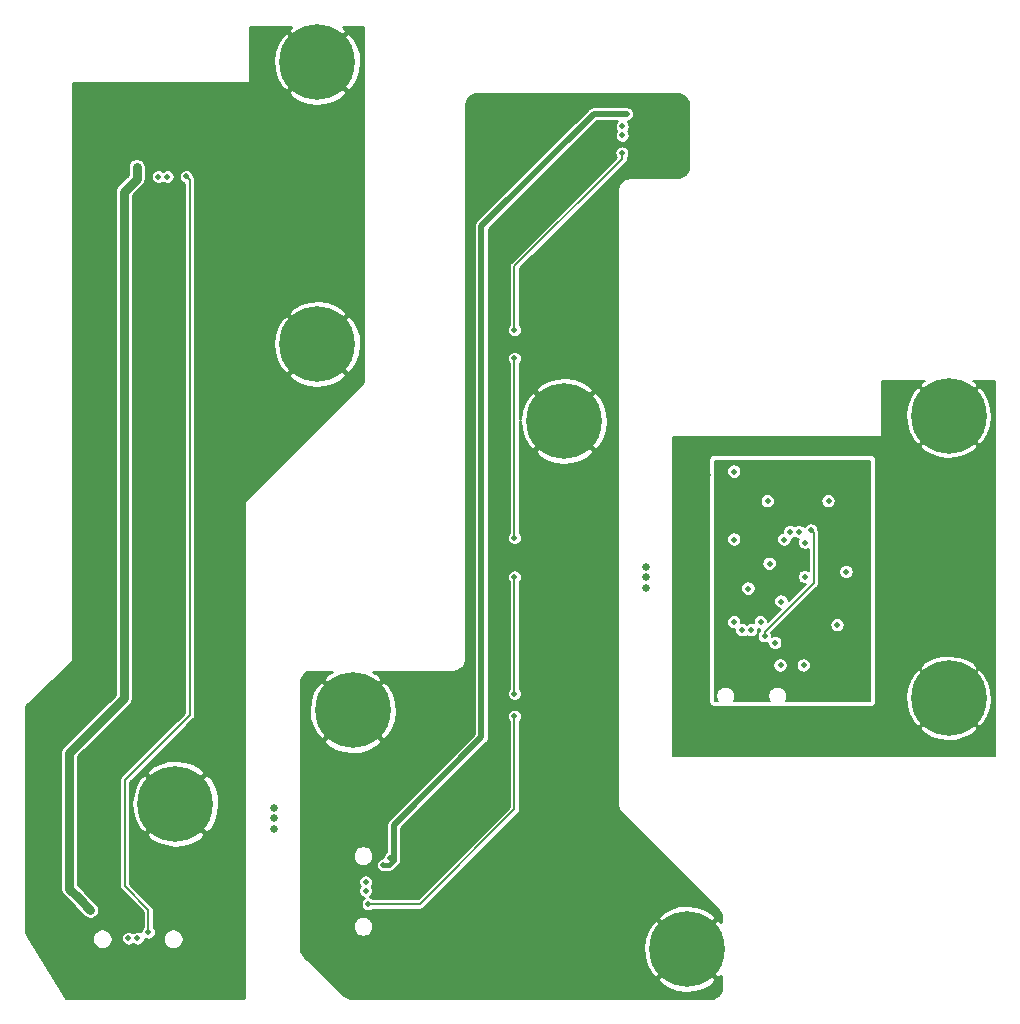
<source format=gbr>
%TF.GenerationSoftware,KiCad,Pcbnew,(5.1.10)-1*%
%TF.CreationDate,2021-10-19T18:18:53+02:00*%
%TF.ProjectId,hard_cam_usb_production,68617264-5f63-4616-9d5f-7573625f7072,rev?*%
%TF.SameCoordinates,Original*%
%TF.FileFunction,Copper,L4,Bot*%
%TF.FilePolarity,Positive*%
%FSLAX46Y46*%
G04 Gerber Fmt 4.6, Leading zero omitted, Abs format (unit mm)*
G04 Created by KiCad (PCBNEW (5.1.10)-1) date 2021-10-19 18:18:53*
%MOMM*%
%LPD*%
G01*
G04 APERTURE LIST*
%TA.AperFunction,ComponentPad*%
%ADD10C,0.800000*%
%TD*%
%TA.AperFunction,ComponentPad*%
%ADD11C,6.400000*%
%TD*%
%TA.AperFunction,ViaPad*%
%ADD12C,0.635000*%
%TD*%
%TA.AperFunction,ViaPad*%
%ADD13C,0.508000*%
%TD*%
%TA.AperFunction,Conductor*%
%ADD14C,0.191262*%
%TD*%
%TA.AperFunction,Conductor*%
%ADD15C,0.762000*%
%TD*%
%TA.AperFunction,Conductor*%
%ADD16C,0.254000*%
%TD*%
%TA.AperFunction,Conductor*%
%ADD17C,0.508000*%
%TD*%
%TA.AperFunction,Conductor*%
%ADD18C,0.381000*%
%TD*%
%TA.AperFunction,Conductor*%
%ADD19C,0.203200*%
%TD*%
%TA.AperFunction,Conductor*%
%ADD20C,0.100000*%
%TD*%
G04 APERTURE END LIST*
D10*
%TO.P,H1,1*%
%TO.N,GND*%
X239797056Y-176102944D03*
X238100000Y-175400000D03*
X236402944Y-176102944D03*
X235700000Y-177800000D03*
X236402944Y-179497056D03*
X238100000Y-180200000D03*
X239797056Y-179497056D03*
X240500000Y-177800000D03*
D11*
X238100000Y-177800000D03*
%TD*%
%TO.P,H2,1*%
%TO.N,GND*%
X238100000Y-201700000D03*
D10*
X240500000Y-201700000D03*
X239797056Y-203397056D03*
X238100000Y-204100000D03*
X236402944Y-203397056D03*
X235700000Y-201700000D03*
X236402944Y-200002944D03*
X238100000Y-199300000D03*
X239797056Y-200002944D03*
%TD*%
%TO.P,H5,1*%
%TO.N,GND*%
X207197056Y-179897056D03*
X207900000Y-178200000D03*
X207197056Y-176502944D03*
X205500000Y-175800000D03*
X203802944Y-176502944D03*
X203100000Y-178200000D03*
X203802944Y-179897056D03*
X205500000Y-180600000D03*
D11*
X205500000Y-178200000D03*
%TD*%
D10*
%TO.P,H6,1*%
%TO.N,GND*%
X217597056Y-224597056D03*
X218300000Y-222900000D03*
X217597056Y-221202944D03*
X215900000Y-220500000D03*
X214202944Y-221202944D03*
X213500000Y-222900000D03*
X214202944Y-224597056D03*
X215900000Y-225300000D03*
D11*
X215900000Y-222900000D03*
%TD*%
%TO.P,H8,1*%
%TO.N,GND*%
X187600000Y-202700000D03*
D10*
X187600000Y-205100000D03*
X185902944Y-204397056D03*
X185200000Y-202700000D03*
X185902944Y-201002944D03*
X187600000Y-200300000D03*
X189297056Y-201002944D03*
X190000000Y-202700000D03*
X189297056Y-204397056D03*
%TD*%
D11*
%TO.P,H4,1*%
%TO.N,GND*%
X184600000Y-171700000D03*
D10*
X187000000Y-171700000D03*
X186297056Y-173397056D03*
X184600000Y-174100000D03*
X182902944Y-173397056D03*
X182200000Y-171700000D03*
X182902944Y-170002944D03*
X184600000Y-169300000D03*
X186297056Y-170002944D03*
%TD*%
D11*
%TO.P,H3,1*%
%TO.N,GND*%
X184600000Y-147800000D03*
D10*
X187000000Y-147800000D03*
X186297056Y-149497056D03*
X184600000Y-150200000D03*
X182902944Y-149497056D03*
X182200000Y-147800000D03*
X182902944Y-146102944D03*
X184600000Y-145400000D03*
X186297056Y-146102944D03*
%TD*%
D11*
%TO.P,H7,1*%
%TO.N,GND*%
X172600000Y-210600000D03*
D10*
X175000000Y-210600000D03*
X174297056Y-212297056D03*
X172600000Y-213000000D03*
X170902944Y-212297056D03*
X170200000Y-210600000D03*
X170902944Y-208902944D03*
X172600000Y-208200000D03*
X174297056Y-208902944D03*
%TD*%
D12*
%TO.N,*%
X212400000Y-190550000D03*
X212400000Y-191450000D03*
X212400000Y-192350000D03*
X180900000Y-211850000D03*
X180900000Y-210950000D03*
X180900000Y-212750000D03*
D13*
%TO.N,GND*%
X175200000Y-225400000D03*
X175100000Y-223700000D03*
X177500000Y-195000000D03*
X180000000Y-182000000D03*
X187500000Y-151500000D03*
X165000000Y-150500000D03*
X177500000Y-215000000D03*
X186000000Y-176000000D03*
X187500000Y-156500000D03*
X187500000Y-166500000D03*
X169500000Y-150500000D03*
X187500000Y-161500000D03*
X177500000Y-185000000D03*
X174500000Y-150500000D03*
X183000000Y-179000000D03*
X179500000Y-150500000D03*
X177500000Y-200000000D03*
X170500000Y-158250000D03*
X165000000Y-172000000D03*
X161000000Y-211500000D03*
X165000000Y-157000000D03*
X178500000Y-171000000D03*
X182500000Y-155000000D03*
X165000000Y-182000000D03*
X165000000Y-187000000D03*
X181000000Y-159000000D03*
X165000000Y-192000000D03*
X177500000Y-225000000D03*
X163500000Y-200000000D03*
X161000000Y-221500000D03*
X179500000Y-165000000D03*
X165000000Y-197000000D03*
X161000000Y-206500000D03*
X161000000Y-202500000D03*
X165000000Y-177000000D03*
X165000000Y-153000000D03*
X177500000Y-178000000D03*
X165000000Y-167000000D03*
X165000000Y-162000000D03*
X161000000Y-216500000D03*
X165000000Y-216000000D03*
X172500000Y-158250000D03*
X175800000Y-169600000D03*
X184000000Y-163000000D03*
X173000000Y-168600000D03*
X175600000Y-187400000D03*
X169600000Y-196800000D03*
X167400000Y-204600000D03*
X169600000Y-163800000D03*
X173000000Y-161600000D03*
X176800000Y-161400000D03*
X173000000Y-191800000D03*
X169600000Y-183800000D03*
X173000000Y-180600000D03*
X174400000Y-219000000D03*
X173000000Y-200000000D03*
X167600000Y-211000000D03*
X171200000Y-204400000D03*
X169600000Y-174200000D03*
X170000000Y-216200000D03*
D12*
X165400000Y-224500000D03*
X164300000Y-223700000D03*
X164300000Y-225400000D03*
D13*
X174300000Y-156200000D03*
X174700000Y-155000000D03*
X177500000Y-210000000D03*
X177500000Y-205000000D03*
X177500000Y-190000000D03*
X177500000Y-220000000D03*
X168900000Y-155000000D03*
X216905500Y-204434500D03*
X216969000Y-198910000D03*
X225795500Y-198910000D03*
X227891000Y-185003500D03*
X225795500Y-204371000D03*
X223382500Y-197005000D03*
X223827000Y-198910000D03*
X222747500Y-185003500D03*
X212900000Y-156400000D03*
X212900000Y-151300000D03*
X211700000Y-155500000D03*
X185618000Y-220582000D03*
X186018000Y-222706000D03*
X186000000Y-213300000D03*
X187900000Y-222700000D03*
X187500000Y-219900000D03*
X215650000Y-180500000D03*
X220650000Y-180500000D03*
X225650000Y-180500000D03*
X230650000Y-180500000D03*
X234150000Y-180500000D03*
X240900000Y-182000000D03*
X240900000Y-187000000D03*
X240900000Y-192000000D03*
X240900000Y-197000000D03*
X235150000Y-205750000D03*
X230150000Y-205750000D03*
X223400000Y-205750000D03*
X218900000Y-205750000D03*
X216150000Y-201750000D03*
X215900000Y-195750000D03*
X215900000Y-190750000D03*
X215900000Y-185750000D03*
X217650000Y-182750000D03*
X224150000Y-188250000D03*
X225900000Y-188500000D03*
X219900000Y-195250000D03*
X222150000Y-195250000D03*
X221100000Y-192400000D03*
X222900000Y-190300000D03*
X223900000Y-193500000D03*
X225900000Y-191417000D03*
X235900000Y-185750000D03*
X235900000Y-190250000D03*
X235900000Y-194500000D03*
X232900000Y-199750000D03*
X228650000Y-195500000D03*
X229400000Y-191000000D03*
X219900000Y-188250000D03*
X219900000Y-182500000D03*
X209100000Y-151200000D03*
X205100000Y-151200000D03*
X201100000Y-151200000D03*
X198100000Y-151200000D03*
X198100000Y-155200000D03*
X198100000Y-159200000D03*
X197600000Y-163200000D03*
X197600000Y-167200000D03*
X197600000Y-171200000D03*
X197600000Y-175200000D03*
X197600000Y-179200000D03*
X197600000Y-183200000D03*
X197600000Y-187200000D03*
X197600000Y-191200000D03*
X197600000Y-195200000D03*
X197600000Y-199200000D03*
X195600000Y-200200000D03*
X192100000Y-200200000D03*
X184100000Y-206200000D03*
X184100000Y-210200000D03*
X186600000Y-225200000D03*
X190100000Y-226200000D03*
X194100000Y-226200000D03*
X198100000Y-226200000D03*
X202100000Y-226200000D03*
X206100000Y-226200000D03*
X210100000Y-226200000D03*
X210100000Y-222200000D03*
X210100000Y-218200000D03*
X210100000Y-214200000D03*
X209100000Y-210200000D03*
X209100000Y-206200000D03*
X209100000Y-202200000D03*
X209100000Y-198200000D03*
X209100000Y-194200000D03*
X209100000Y-190200000D03*
X209100000Y-186200000D03*
X209100000Y-182200000D03*
X209100000Y-175200000D03*
X209100000Y-171200000D03*
X209100000Y-167200000D03*
X209100000Y-163200000D03*
X209100000Y-159700000D03*
X211100000Y-157200000D03*
X205600000Y-164200000D03*
X203600000Y-169200000D03*
X203100000Y-185700000D03*
X205600000Y-194700000D03*
X202600000Y-200200000D03*
X205100000Y-207700000D03*
X202600000Y-214200000D03*
X205100000Y-219700000D03*
X200100000Y-222700000D03*
X192600000Y-223200000D03*
X198600000Y-218200000D03*
X191100000Y-209200000D03*
X194600000Y-205200000D03*
X201100000Y-154200000D03*
X198600000Y-212200000D03*
X194600000Y-216200000D03*
X209400000Y-153100000D03*
X209600000Y-155800000D03*
X206100000Y-159400000D03*
X206000000Y-155700000D03*
X202100000Y-159600000D03*
X198500000Y-207200000D03*
X196700000Y-209300000D03*
X194100000Y-212000000D03*
X192400000Y-214000000D03*
X201600000Y-163900000D03*
X174100000Y-224500000D03*
%TO.N,/id*%
X222493500Y-196433500D03*
X226430500Y-187480000D03*
%TO.N,/D+*%
X225395500Y-187607000D03*
X221348500Y-195925500D03*
%TO.N,/D-*%
X220590500Y-195925500D03*
X224637500Y-187607000D03*
D12*
%TO.N,VCC*%
X169300000Y-157700000D03*
X169300000Y-156700000D03*
D13*
X219800000Y-196978500D03*
X223065000Y-187099000D03*
X222811000Y-186146500D03*
X219064500Y-198910000D03*
X210800000Y-152200000D03*
X209900000Y-152200000D03*
X190800000Y-215200000D03*
X190200000Y-215800000D03*
X165400000Y-219600000D03*
X164500000Y-218700000D03*
%TO.N,/id2*%
X210400000Y-155500000D03*
X188900000Y-219100000D03*
X201300000Y-170500000D03*
X201300000Y-172900000D03*
X201300000Y-188100000D03*
X201300000Y-191400000D03*
X201300000Y-201300000D03*
X201300000Y-203200000D03*
%TO.N,/D2_+*%
X210416998Y-154029000D03*
X188700000Y-217979000D03*
%TO.N,/D2_-*%
X210416998Y-153271000D03*
X188700000Y-217221000D03*
%TO.N,/D3_-*%
X171137500Y-157516332D03*
X168621000Y-222000000D03*
%TO.N,/D3_+*%
X171895500Y-157516332D03*
X169379000Y-222000000D03*
%TO.N,/id3*%
X173500000Y-157500000D03*
X170300000Y-221500000D03*
%TD*%
D14*
%TO.N,/id*%
X226650000Y-191959500D02*
X222493500Y-196116000D01*
X226650000Y-187699500D02*
X226650000Y-191959500D01*
X222493500Y-196116000D02*
X222493500Y-196433500D01*
X226430500Y-187480000D02*
X226650000Y-187699500D01*
D15*
%TO.N,VCC*%
X169300000Y-156700000D02*
X169300000Y-157700000D01*
X169300000Y-157700000D02*
X168200000Y-158800000D01*
X168200000Y-158800000D02*
X168200000Y-201700000D01*
X168200000Y-201700000D02*
X163600000Y-206300000D01*
D16*
X169300000Y-156700000D02*
X169100000Y-156700000D01*
D17*
X191100000Y-215200000D02*
X190800000Y-215200000D01*
D18*
X190200000Y-215800000D02*
X190700000Y-215800000D01*
X191100000Y-215400000D02*
X191100000Y-215200000D01*
X190700000Y-215800000D02*
X191100000Y-215400000D01*
D17*
X209900000Y-152200000D02*
X210800000Y-152200000D01*
X191100000Y-212400000D02*
X191100000Y-215200000D01*
X198500000Y-205000000D02*
X191100000Y-212400000D01*
X198500000Y-161700000D02*
X198500000Y-205000000D01*
X208000000Y-152200000D02*
X198500000Y-161700000D01*
X209900000Y-152200000D02*
X208000000Y-152200000D01*
D15*
X163600000Y-206300000D02*
X163600000Y-217800000D01*
X164400000Y-218600000D02*
X165400000Y-219600000D01*
X163600000Y-217800000D02*
X164400000Y-218600000D01*
D18*
X164400000Y-218600000D02*
X164500000Y-218700000D01*
D19*
%TO.N,/id2*%
X193300000Y-219100000D02*
X188900000Y-219100000D01*
X201300000Y-211100000D02*
X193300000Y-219100000D01*
X201300000Y-165100000D02*
X201300000Y-170500000D01*
X210400000Y-156000000D02*
X201300000Y-165100000D01*
X210400000Y-155500000D02*
X210400000Y-156000000D01*
X201300000Y-172900000D02*
X201300000Y-188100000D01*
X201300000Y-191400000D02*
X201300000Y-201300000D01*
X201300000Y-203200000D02*
X201300000Y-211100000D01*
D14*
%TO.N,/id3*%
X173500000Y-157500000D02*
X173800000Y-157800000D01*
X173800000Y-157800000D02*
X173800000Y-203100000D01*
X173800000Y-203100000D02*
X168300000Y-208600000D01*
D19*
X168300000Y-208600000D02*
X168300000Y-217600000D01*
X170300000Y-219600000D02*
X170300000Y-221500000D01*
X168300000Y-217600000D02*
X170300000Y-219600000D01*
%TD*%
%TO.N,GND*%
X236011262Y-174838672D02*
X235645573Y-175273731D01*
X238100000Y-177728158D01*
X240554427Y-175273731D01*
X240188738Y-174838672D01*
X240123405Y-174801600D01*
X241998400Y-174801600D01*
X241998400Y-206598400D01*
X214701600Y-206598400D01*
X214701600Y-204226269D01*
X235645573Y-204226269D01*
X236011262Y-204661328D01*
X236629122Y-205011919D01*
X237303508Y-205235236D01*
X238008503Y-205322695D01*
X238717014Y-205270937D01*
X239401813Y-205081949D01*
X240036584Y-204762994D01*
X240188738Y-204661328D01*
X240554427Y-204226269D01*
X238100000Y-201771842D01*
X235645573Y-204226269D01*
X214701600Y-204226269D01*
X214701600Y-181500000D01*
X217793600Y-181500000D01*
X217793600Y-202000000D01*
X217801409Y-202079285D01*
X217824535Y-202155523D01*
X217862091Y-202225784D01*
X217912632Y-202287368D01*
X217974216Y-202337909D01*
X218044477Y-202375465D01*
X218120715Y-202398591D01*
X218200000Y-202406400D01*
X231500000Y-202406400D01*
X231579285Y-202398591D01*
X231655523Y-202375465D01*
X231725784Y-202337909D01*
X231787368Y-202287368D01*
X231837909Y-202225784D01*
X231875465Y-202155523D01*
X231898591Y-202079285D01*
X231906400Y-202000000D01*
X231906400Y-201608503D01*
X234477305Y-201608503D01*
X234529063Y-202317014D01*
X234718051Y-203001813D01*
X235037006Y-203636584D01*
X235138672Y-203788738D01*
X235573731Y-204154427D01*
X238028158Y-201700000D01*
X238171842Y-201700000D01*
X240626269Y-204154427D01*
X241061328Y-203788738D01*
X241411919Y-203170878D01*
X241635236Y-202496492D01*
X241722695Y-201791497D01*
X241670937Y-201082986D01*
X241481949Y-200398187D01*
X241162994Y-199763416D01*
X241061328Y-199611262D01*
X240626269Y-199245573D01*
X238171842Y-201700000D01*
X238028158Y-201700000D01*
X235573731Y-199245573D01*
X235138672Y-199611262D01*
X234788081Y-200229122D01*
X234564764Y-200903508D01*
X234477305Y-201608503D01*
X231906400Y-201608503D01*
X231906400Y-199173731D01*
X235645573Y-199173731D01*
X238100000Y-201628158D01*
X240554427Y-199173731D01*
X240188738Y-198738672D01*
X239570878Y-198388081D01*
X238896492Y-198164764D01*
X238191497Y-198077305D01*
X237482986Y-198129063D01*
X236798187Y-198318051D01*
X236163416Y-198637006D01*
X236011262Y-198738672D01*
X235645573Y-199173731D01*
X231906400Y-199173731D01*
X231906400Y-181500000D01*
X231898591Y-181420715D01*
X231875465Y-181344477D01*
X231837909Y-181274216D01*
X231787368Y-181212632D01*
X231725784Y-181162091D01*
X231655523Y-181124535D01*
X231579285Y-181101409D01*
X231500000Y-181093600D01*
X218200000Y-181093600D01*
X218120715Y-181101409D01*
X218044477Y-181124535D01*
X217974216Y-181162091D01*
X217912632Y-181212632D01*
X217862091Y-181274216D01*
X217824535Y-181344477D01*
X217801409Y-181420715D01*
X217793600Y-181500000D01*
X214701600Y-181500000D01*
X214701600Y-180326269D01*
X235645573Y-180326269D01*
X236011262Y-180761328D01*
X236629122Y-181111919D01*
X237303508Y-181335236D01*
X238008503Y-181422695D01*
X238717014Y-181370937D01*
X239401813Y-181181949D01*
X240036584Y-180862994D01*
X240188738Y-180761328D01*
X240554427Y-180326269D01*
X238100000Y-177871842D01*
X235645573Y-180326269D01*
X214701600Y-180326269D01*
X214701600Y-179601600D01*
X232300000Y-179601600D01*
X232319821Y-179599648D01*
X232338881Y-179593866D01*
X232356446Y-179584477D01*
X232371842Y-179571842D01*
X232384477Y-179556446D01*
X232393866Y-179538881D01*
X232399648Y-179519821D01*
X232401600Y-179500000D01*
X232401600Y-177708503D01*
X234477305Y-177708503D01*
X234529063Y-178417014D01*
X234718051Y-179101813D01*
X235037006Y-179736584D01*
X235138672Y-179888738D01*
X235573731Y-180254427D01*
X238028158Y-177800000D01*
X238171842Y-177800000D01*
X240626269Y-180254427D01*
X241061328Y-179888738D01*
X241411919Y-179270878D01*
X241635236Y-178596492D01*
X241722695Y-177891497D01*
X241670937Y-177182986D01*
X241481949Y-176498187D01*
X241162994Y-175863416D01*
X241061328Y-175711262D01*
X240626269Y-175345573D01*
X238171842Y-177800000D01*
X238028158Y-177800000D01*
X235573731Y-175345573D01*
X235138672Y-175711262D01*
X234788081Y-176329122D01*
X234564764Y-177003508D01*
X234477305Y-177708503D01*
X232401600Y-177708503D01*
X232401600Y-174801600D01*
X236066744Y-174801600D01*
X236011262Y-174838672D01*
%TA.AperFunction,Conductor*%
D20*
G36*
X236011262Y-174838672D02*
G01*
X235645573Y-175273731D01*
X238100000Y-177728158D01*
X240554427Y-175273731D01*
X240188738Y-174838672D01*
X240123405Y-174801600D01*
X241998400Y-174801600D01*
X241998400Y-206598400D01*
X214701600Y-206598400D01*
X214701600Y-204226269D01*
X235645573Y-204226269D01*
X236011262Y-204661328D01*
X236629122Y-205011919D01*
X237303508Y-205235236D01*
X238008503Y-205322695D01*
X238717014Y-205270937D01*
X239401813Y-205081949D01*
X240036584Y-204762994D01*
X240188738Y-204661328D01*
X240554427Y-204226269D01*
X238100000Y-201771842D01*
X235645573Y-204226269D01*
X214701600Y-204226269D01*
X214701600Y-181500000D01*
X217793600Y-181500000D01*
X217793600Y-202000000D01*
X217801409Y-202079285D01*
X217824535Y-202155523D01*
X217862091Y-202225784D01*
X217912632Y-202287368D01*
X217974216Y-202337909D01*
X218044477Y-202375465D01*
X218120715Y-202398591D01*
X218200000Y-202406400D01*
X231500000Y-202406400D01*
X231579285Y-202398591D01*
X231655523Y-202375465D01*
X231725784Y-202337909D01*
X231787368Y-202287368D01*
X231837909Y-202225784D01*
X231875465Y-202155523D01*
X231898591Y-202079285D01*
X231906400Y-202000000D01*
X231906400Y-201608503D01*
X234477305Y-201608503D01*
X234529063Y-202317014D01*
X234718051Y-203001813D01*
X235037006Y-203636584D01*
X235138672Y-203788738D01*
X235573731Y-204154427D01*
X238028158Y-201700000D01*
X238171842Y-201700000D01*
X240626269Y-204154427D01*
X241061328Y-203788738D01*
X241411919Y-203170878D01*
X241635236Y-202496492D01*
X241722695Y-201791497D01*
X241670937Y-201082986D01*
X241481949Y-200398187D01*
X241162994Y-199763416D01*
X241061328Y-199611262D01*
X240626269Y-199245573D01*
X238171842Y-201700000D01*
X238028158Y-201700000D01*
X235573731Y-199245573D01*
X235138672Y-199611262D01*
X234788081Y-200229122D01*
X234564764Y-200903508D01*
X234477305Y-201608503D01*
X231906400Y-201608503D01*
X231906400Y-199173731D01*
X235645573Y-199173731D01*
X238100000Y-201628158D01*
X240554427Y-199173731D01*
X240188738Y-198738672D01*
X239570878Y-198388081D01*
X238896492Y-198164764D01*
X238191497Y-198077305D01*
X237482986Y-198129063D01*
X236798187Y-198318051D01*
X236163416Y-198637006D01*
X236011262Y-198738672D01*
X235645573Y-199173731D01*
X231906400Y-199173731D01*
X231906400Y-181500000D01*
X231898591Y-181420715D01*
X231875465Y-181344477D01*
X231837909Y-181274216D01*
X231787368Y-181212632D01*
X231725784Y-181162091D01*
X231655523Y-181124535D01*
X231579285Y-181101409D01*
X231500000Y-181093600D01*
X218200000Y-181093600D01*
X218120715Y-181101409D01*
X218044477Y-181124535D01*
X217974216Y-181162091D01*
X217912632Y-181212632D01*
X217862091Y-181274216D01*
X217824535Y-181344477D01*
X217801409Y-181420715D01*
X217793600Y-181500000D01*
X214701600Y-181500000D01*
X214701600Y-180326269D01*
X235645573Y-180326269D01*
X236011262Y-180761328D01*
X236629122Y-181111919D01*
X237303508Y-181335236D01*
X238008503Y-181422695D01*
X238717014Y-181370937D01*
X239401813Y-181181949D01*
X240036584Y-180862994D01*
X240188738Y-180761328D01*
X240554427Y-180326269D01*
X238100000Y-177871842D01*
X235645573Y-180326269D01*
X214701600Y-180326269D01*
X214701600Y-179601600D01*
X232300000Y-179601600D01*
X232319821Y-179599648D01*
X232338881Y-179593866D01*
X232356446Y-179584477D01*
X232371842Y-179571842D01*
X232384477Y-179556446D01*
X232393866Y-179538881D01*
X232399648Y-179519821D01*
X232401600Y-179500000D01*
X232401600Y-177708503D01*
X234477305Y-177708503D01*
X234529063Y-178417014D01*
X234718051Y-179101813D01*
X235037006Y-179736584D01*
X235138672Y-179888738D01*
X235573731Y-180254427D01*
X238028158Y-177800000D01*
X238171842Y-177800000D01*
X240626269Y-180254427D01*
X241061328Y-179888738D01*
X241411919Y-179270878D01*
X241635236Y-178596492D01*
X241722695Y-177891497D01*
X241670937Y-177182986D01*
X241481949Y-176498187D01*
X241162994Y-175863416D01*
X241061328Y-175711262D01*
X240626269Y-175345573D01*
X238171842Y-177800000D01*
X238028158Y-177800000D01*
X235573731Y-175345573D01*
X235138672Y-175711262D01*
X234788081Y-176329122D01*
X234564764Y-177003508D01*
X234477305Y-177708503D01*
X232401600Y-177708503D01*
X232401600Y-174801600D01*
X236066744Y-174801600D01*
X236011262Y-174838672D01*
G37*
%TD.AperFunction*%
%TD*%
D19*
%TO.N,VCC*%
X231398400Y-201898400D02*
X224302684Y-201898400D01*
X224313913Y-201881595D01*
X224374641Y-201734985D01*
X224405600Y-201579345D01*
X224405600Y-201420655D01*
X224374641Y-201265015D01*
X224313913Y-201118405D01*
X224225750Y-200986460D01*
X224113540Y-200874250D01*
X223981595Y-200786087D01*
X223834985Y-200725359D01*
X223679345Y-200694400D01*
X223520655Y-200694400D01*
X223365015Y-200725359D01*
X223218405Y-200786087D01*
X223086460Y-200874250D01*
X222974250Y-200986460D01*
X222886087Y-201118405D01*
X222825359Y-201265015D01*
X222794400Y-201420655D01*
X222794400Y-201579345D01*
X222825359Y-201734985D01*
X222886087Y-201881595D01*
X222897316Y-201898400D01*
X219902684Y-201898400D01*
X219913913Y-201881595D01*
X219974641Y-201734985D01*
X220005600Y-201579345D01*
X220005600Y-201420655D01*
X219974641Y-201265015D01*
X219913913Y-201118405D01*
X219825750Y-200986460D01*
X219713540Y-200874250D01*
X219581595Y-200786087D01*
X219434985Y-200725359D01*
X219279345Y-200694400D01*
X219120655Y-200694400D01*
X218965015Y-200725359D01*
X218818405Y-200786087D01*
X218686460Y-200874250D01*
X218574250Y-200986460D01*
X218486087Y-201118405D01*
X218425359Y-201265015D01*
X218394400Y-201420655D01*
X218394400Y-201579345D01*
X218425359Y-201734985D01*
X218486087Y-201881595D01*
X218497316Y-201898400D01*
X218301600Y-201898400D01*
X218301600Y-198849960D01*
X223217400Y-198849960D01*
X223217400Y-198970040D01*
X223240826Y-199087814D01*
X223286779Y-199198754D01*
X223353492Y-199298598D01*
X223438402Y-199383508D01*
X223538246Y-199450221D01*
X223649186Y-199496174D01*
X223766960Y-199519600D01*
X223887040Y-199519600D01*
X224004814Y-199496174D01*
X224115754Y-199450221D01*
X224215598Y-199383508D01*
X224300508Y-199298598D01*
X224367221Y-199198754D01*
X224413174Y-199087814D01*
X224436600Y-198970040D01*
X224436600Y-198849960D01*
X225185900Y-198849960D01*
X225185900Y-198970040D01*
X225209326Y-199087814D01*
X225255279Y-199198754D01*
X225321992Y-199298598D01*
X225406902Y-199383508D01*
X225506746Y-199450221D01*
X225617686Y-199496174D01*
X225735460Y-199519600D01*
X225855540Y-199519600D01*
X225973314Y-199496174D01*
X226084254Y-199450221D01*
X226184098Y-199383508D01*
X226269008Y-199298598D01*
X226335721Y-199198754D01*
X226381674Y-199087814D01*
X226405100Y-198970040D01*
X226405100Y-198849960D01*
X226381674Y-198732186D01*
X226335721Y-198621246D01*
X226269008Y-198521402D01*
X226184098Y-198436492D01*
X226084254Y-198369779D01*
X225973314Y-198323826D01*
X225855540Y-198300400D01*
X225735460Y-198300400D01*
X225617686Y-198323826D01*
X225506746Y-198369779D01*
X225406902Y-198436492D01*
X225321992Y-198521402D01*
X225255279Y-198621246D01*
X225209326Y-198732186D01*
X225185900Y-198849960D01*
X224436600Y-198849960D01*
X224413174Y-198732186D01*
X224367221Y-198621246D01*
X224300508Y-198521402D01*
X224215598Y-198436492D01*
X224115754Y-198369779D01*
X224004814Y-198323826D01*
X223887040Y-198300400D01*
X223766960Y-198300400D01*
X223649186Y-198323826D01*
X223538246Y-198369779D01*
X223438402Y-198436492D01*
X223353492Y-198521402D01*
X223286779Y-198621246D01*
X223240826Y-198732186D01*
X223217400Y-198849960D01*
X218301600Y-198849960D01*
X218301600Y-195189960D01*
X219290400Y-195189960D01*
X219290400Y-195310040D01*
X219313826Y-195427814D01*
X219359779Y-195538754D01*
X219426492Y-195638598D01*
X219511402Y-195723508D01*
X219611246Y-195790221D01*
X219722186Y-195836174D01*
X219839960Y-195859600D01*
X219960040Y-195859600D01*
X219982973Y-195855038D01*
X219980900Y-195865460D01*
X219980900Y-195985540D01*
X220004326Y-196103314D01*
X220050279Y-196214254D01*
X220116992Y-196314098D01*
X220201902Y-196399008D01*
X220301746Y-196465721D01*
X220412686Y-196511674D01*
X220530460Y-196535100D01*
X220650540Y-196535100D01*
X220768314Y-196511674D01*
X220879254Y-196465721D01*
X220969500Y-196405421D01*
X221059746Y-196465721D01*
X221170686Y-196511674D01*
X221288460Y-196535100D01*
X221408540Y-196535100D01*
X221526314Y-196511674D01*
X221637254Y-196465721D01*
X221737098Y-196399008D01*
X221822008Y-196314098D01*
X221888721Y-196214254D01*
X221934674Y-196103314D01*
X221958100Y-195985540D01*
X221958100Y-195865460D01*
X221950487Y-195827186D01*
X221972186Y-195836174D01*
X222089960Y-195859600D01*
X222120191Y-195859600D01*
X222116500Y-195864097D01*
X222103404Y-195888598D01*
X222074600Y-195942487D01*
X222053783Y-196011111D01*
X222019992Y-196044902D01*
X221953279Y-196144746D01*
X221907326Y-196255686D01*
X221883900Y-196373460D01*
X221883900Y-196493540D01*
X221907326Y-196611314D01*
X221953279Y-196722254D01*
X222019992Y-196822098D01*
X222104902Y-196907008D01*
X222204746Y-196973721D01*
X222315686Y-197019674D01*
X222433460Y-197043100D01*
X222553540Y-197043100D01*
X222671314Y-197019674D01*
X222772900Y-196977596D01*
X222772900Y-197065040D01*
X222796326Y-197182814D01*
X222842279Y-197293754D01*
X222908992Y-197393598D01*
X222993902Y-197478508D01*
X223093746Y-197545221D01*
X223204686Y-197591174D01*
X223322460Y-197614600D01*
X223442540Y-197614600D01*
X223560314Y-197591174D01*
X223671254Y-197545221D01*
X223771098Y-197478508D01*
X223856008Y-197393598D01*
X223922721Y-197293754D01*
X223968674Y-197182814D01*
X223992100Y-197065040D01*
X223992100Y-196944960D01*
X223968674Y-196827186D01*
X223922721Y-196716246D01*
X223856008Y-196616402D01*
X223771098Y-196531492D01*
X223671254Y-196464779D01*
X223560314Y-196418826D01*
X223442540Y-196395400D01*
X223322460Y-196395400D01*
X223204686Y-196418826D01*
X223103100Y-196460904D01*
X223103100Y-196373460D01*
X223079674Y-196255686D01*
X223053980Y-196193656D01*
X223807676Y-195439960D01*
X228040400Y-195439960D01*
X228040400Y-195560040D01*
X228063826Y-195677814D01*
X228109779Y-195788754D01*
X228176492Y-195888598D01*
X228261402Y-195973508D01*
X228361246Y-196040221D01*
X228472186Y-196086174D01*
X228589960Y-196109600D01*
X228710040Y-196109600D01*
X228827814Y-196086174D01*
X228938754Y-196040221D01*
X229038598Y-195973508D01*
X229123508Y-195888598D01*
X229190221Y-195788754D01*
X229236174Y-195677814D01*
X229259600Y-195560040D01*
X229259600Y-195439960D01*
X229236174Y-195322186D01*
X229190221Y-195211246D01*
X229123508Y-195111402D01*
X229038598Y-195026492D01*
X228938754Y-194959779D01*
X228827814Y-194913826D01*
X228710040Y-194890400D01*
X228589960Y-194890400D01*
X228472186Y-194913826D01*
X228361246Y-194959779D01*
X228261402Y-195026492D01*
X228176492Y-195111402D01*
X228109779Y-195211246D01*
X228063826Y-195322186D01*
X228040400Y-195439960D01*
X223807676Y-195439960D01*
X226953397Y-192294240D01*
X226970612Y-192280112D01*
X227018151Y-192222186D01*
X227027000Y-192211404D01*
X227068900Y-192133014D01*
X227075503Y-192111246D01*
X227094702Y-192047957D01*
X227101231Y-191981665D01*
X227101231Y-191981662D01*
X227103414Y-191959500D01*
X227101231Y-191937338D01*
X227101231Y-190939960D01*
X228790400Y-190939960D01*
X228790400Y-191060040D01*
X228813826Y-191177814D01*
X228859779Y-191288754D01*
X228926492Y-191388598D01*
X229011402Y-191473508D01*
X229111246Y-191540221D01*
X229222186Y-191586174D01*
X229339960Y-191609600D01*
X229460040Y-191609600D01*
X229577814Y-191586174D01*
X229688754Y-191540221D01*
X229788598Y-191473508D01*
X229873508Y-191388598D01*
X229940221Y-191288754D01*
X229986174Y-191177814D01*
X230009600Y-191060040D01*
X230009600Y-190939960D01*
X229986174Y-190822186D01*
X229940221Y-190711246D01*
X229873508Y-190611402D01*
X229788598Y-190526492D01*
X229688754Y-190459779D01*
X229577814Y-190413826D01*
X229460040Y-190390400D01*
X229339960Y-190390400D01*
X229222186Y-190413826D01*
X229111246Y-190459779D01*
X229011402Y-190526492D01*
X228926492Y-190611402D01*
X228859779Y-190711246D01*
X228813826Y-190822186D01*
X228790400Y-190939960D01*
X227101231Y-190939960D01*
X227101231Y-187721655D01*
X227103413Y-187699500D01*
X227101231Y-187677345D01*
X227101231Y-187677335D01*
X227094702Y-187611043D01*
X227073163Y-187540040D01*
X227068900Y-187525985D01*
X227040100Y-187472105D01*
X227040100Y-187419960D01*
X227016674Y-187302186D01*
X226970721Y-187191246D01*
X226904008Y-187091402D01*
X226819098Y-187006492D01*
X226719254Y-186939779D01*
X226608314Y-186893826D01*
X226490540Y-186870400D01*
X226370460Y-186870400D01*
X226252686Y-186893826D01*
X226141746Y-186939779D01*
X226041902Y-187006492D01*
X225956992Y-187091402D01*
X225890279Y-187191246D01*
X225875195Y-187227662D01*
X225869008Y-187218402D01*
X225784098Y-187133492D01*
X225684254Y-187066779D01*
X225573314Y-187020826D01*
X225455540Y-186997400D01*
X225335460Y-186997400D01*
X225217686Y-187020826D01*
X225106746Y-187066779D01*
X225016500Y-187127079D01*
X224926254Y-187066779D01*
X224815314Y-187020826D01*
X224697540Y-186997400D01*
X224577460Y-186997400D01*
X224459686Y-187020826D01*
X224348746Y-187066779D01*
X224248902Y-187133492D01*
X224163992Y-187218402D01*
X224097279Y-187318246D01*
X224051326Y-187429186D01*
X224027900Y-187546960D01*
X224027900Y-187652744D01*
X223972186Y-187663826D01*
X223861246Y-187709779D01*
X223761402Y-187776492D01*
X223676492Y-187861402D01*
X223609779Y-187961246D01*
X223563826Y-188072186D01*
X223540400Y-188189960D01*
X223540400Y-188310040D01*
X223563826Y-188427814D01*
X223609779Y-188538754D01*
X223676492Y-188638598D01*
X223761402Y-188723508D01*
X223861246Y-188790221D01*
X223972186Y-188836174D01*
X224089960Y-188859600D01*
X224210040Y-188859600D01*
X224327814Y-188836174D01*
X224438754Y-188790221D01*
X224538598Y-188723508D01*
X224623508Y-188638598D01*
X224690221Y-188538754D01*
X224736174Y-188427814D01*
X224759600Y-188310040D01*
X224759600Y-188204256D01*
X224815314Y-188193174D01*
X224926254Y-188147221D01*
X225016500Y-188086921D01*
X225106746Y-188147221D01*
X225217686Y-188193174D01*
X225335460Y-188216600D01*
X225357561Y-188216600D01*
X225313826Y-188322186D01*
X225290400Y-188439960D01*
X225290400Y-188560040D01*
X225313826Y-188677814D01*
X225359779Y-188788754D01*
X225426492Y-188888598D01*
X225511402Y-188973508D01*
X225611246Y-189040221D01*
X225722186Y-189086174D01*
X225839960Y-189109600D01*
X225960040Y-189109600D01*
X226077814Y-189086174D01*
X226188754Y-189040221D01*
X226198769Y-189033529D01*
X226198770Y-190883471D01*
X226188754Y-190876779D01*
X226077814Y-190830826D01*
X225960040Y-190807400D01*
X225839960Y-190807400D01*
X225722186Y-190830826D01*
X225611246Y-190876779D01*
X225511402Y-190943492D01*
X225426492Y-191028402D01*
X225359779Y-191128246D01*
X225313826Y-191239186D01*
X225290400Y-191356960D01*
X225290400Y-191477040D01*
X225313826Y-191594814D01*
X225359779Y-191705754D01*
X225426492Y-191805598D01*
X225511402Y-191890508D01*
X225611246Y-191957221D01*
X225722186Y-192003174D01*
X225839960Y-192026600D01*
X225944763Y-192026600D01*
X224509600Y-193461763D01*
X224509600Y-193439960D01*
X224486174Y-193322186D01*
X224440221Y-193211246D01*
X224373508Y-193111402D01*
X224288598Y-193026492D01*
X224188754Y-192959779D01*
X224077814Y-192913826D01*
X223960040Y-192890400D01*
X223839960Y-192890400D01*
X223722186Y-192913826D01*
X223611246Y-192959779D01*
X223511402Y-193026492D01*
X223426492Y-193111402D01*
X223359779Y-193211246D01*
X223313826Y-193322186D01*
X223290400Y-193439960D01*
X223290400Y-193560040D01*
X223313826Y-193677814D01*
X223359779Y-193788754D01*
X223426492Y-193888598D01*
X223511402Y-193973508D01*
X223611246Y-194040221D01*
X223722186Y-194086174D01*
X223839960Y-194109600D01*
X223861764Y-194109600D01*
X222759600Y-195211764D01*
X222759600Y-195189960D01*
X222736174Y-195072186D01*
X222690221Y-194961246D01*
X222623508Y-194861402D01*
X222538598Y-194776492D01*
X222438754Y-194709779D01*
X222327814Y-194663826D01*
X222210040Y-194640400D01*
X222089960Y-194640400D01*
X221972186Y-194663826D01*
X221861246Y-194709779D01*
X221761402Y-194776492D01*
X221676492Y-194861402D01*
X221609779Y-194961246D01*
X221563826Y-195072186D01*
X221540400Y-195189960D01*
X221540400Y-195310040D01*
X221548013Y-195348314D01*
X221526314Y-195339326D01*
X221408540Y-195315900D01*
X221288460Y-195315900D01*
X221170686Y-195339326D01*
X221059746Y-195385279D01*
X220969500Y-195445579D01*
X220879254Y-195385279D01*
X220768314Y-195339326D01*
X220650540Y-195315900D01*
X220530460Y-195315900D01*
X220507527Y-195320462D01*
X220509600Y-195310040D01*
X220509600Y-195189960D01*
X220486174Y-195072186D01*
X220440221Y-194961246D01*
X220373508Y-194861402D01*
X220288598Y-194776492D01*
X220188754Y-194709779D01*
X220077814Y-194663826D01*
X219960040Y-194640400D01*
X219839960Y-194640400D01*
X219722186Y-194663826D01*
X219611246Y-194709779D01*
X219511402Y-194776492D01*
X219426492Y-194861402D01*
X219359779Y-194961246D01*
X219313826Y-195072186D01*
X219290400Y-195189960D01*
X218301600Y-195189960D01*
X218301600Y-192339960D01*
X220490400Y-192339960D01*
X220490400Y-192460040D01*
X220513826Y-192577814D01*
X220559779Y-192688754D01*
X220626492Y-192788598D01*
X220711402Y-192873508D01*
X220811246Y-192940221D01*
X220922186Y-192986174D01*
X221039960Y-193009600D01*
X221160040Y-193009600D01*
X221277814Y-192986174D01*
X221388754Y-192940221D01*
X221488598Y-192873508D01*
X221573508Y-192788598D01*
X221640221Y-192688754D01*
X221686174Y-192577814D01*
X221709600Y-192460040D01*
X221709600Y-192339960D01*
X221686174Y-192222186D01*
X221640221Y-192111246D01*
X221573508Y-192011402D01*
X221488598Y-191926492D01*
X221388754Y-191859779D01*
X221277814Y-191813826D01*
X221160040Y-191790400D01*
X221039960Y-191790400D01*
X220922186Y-191813826D01*
X220811246Y-191859779D01*
X220711402Y-191926492D01*
X220626492Y-192011402D01*
X220559779Y-192111246D01*
X220513826Y-192222186D01*
X220490400Y-192339960D01*
X218301600Y-192339960D01*
X218301600Y-190239960D01*
X222290400Y-190239960D01*
X222290400Y-190360040D01*
X222313826Y-190477814D01*
X222359779Y-190588754D01*
X222426492Y-190688598D01*
X222511402Y-190773508D01*
X222611246Y-190840221D01*
X222722186Y-190886174D01*
X222839960Y-190909600D01*
X222960040Y-190909600D01*
X223077814Y-190886174D01*
X223188754Y-190840221D01*
X223288598Y-190773508D01*
X223373508Y-190688598D01*
X223440221Y-190588754D01*
X223486174Y-190477814D01*
X223509600Y-190360040D01*
X223509600Y-190239960D01*
X223486174Y-190122186D01*
X223440221Y-190011246D01*
X223373508Y-189911402D01*
X223288598Y-189826492D01*
X223188754Y-189759779D01*
X223077814Y-189713826D01*
X222960040Y-189690400D01*
X222839960Y-189690400D01*
X222722186Y-189713826D01*
X222611246Y-189759779D01*
X222511402Y-189826492D01*
X222426492Y-189911402D01*
X222359779Y-190011246D01*
X222313826Y-190122186D01*
X222290400Y-190239960D01*
X218301600Y-190239960D01*
X218301600Y-188189960D01*
X219290400Y-188189960D01*
X219290400Y-188310040D01*
X219313826Y-188427814D01*
X219359779Y-188538754D01*
X219426492Y-188638598D01*
X219511402Y-188723508D01*
X219611246Y-188790221D01*
X219722186Y-188836174D01*
X219839960Y-188859600D01*
X219960040Y-188859600D01*
X220077814Y-188836174D01*
X220188754Y-188790221D01*
X220288598Y-188723508D01*
X220373508Y-188638598D01*
X220440221Y-188538754D01*
X220486174Y-188427814D01*
X220509600Y-188310040D01*
X220509600Y-188189960D01*
X220486174Y-188072186D01*
X220440221Y-187961246D01*
X220373508Y-187861402D01*
X220288598Y-187776492D01*
X220188754Y-187709779D01*
X220077814Y-187663826D01*
X219960040Y-187640400D01*
X219839960Y-187640400D01*
X219722186Y-187663826D01*
X219611246Y-187709779D01*
X219511402Y-187776492D01*
X219426492Y-187861402D01*
X219359779Y-187961246D01*
X219313826Y-188072186D01*
X219290400Y-188189960D01*
X218301600Y-188189960D01*
X218301600Y-184943460D01*
X222137900Y-184943460D01*
X222137900Y-185063540D01*
X222161326Y-185181314D01*
X222207279Y-185292254D01*
X222273992Y-185392098D01*
X222358902Y-185477008D01*
X222458746Y-185543721D01*
X222569686Y-185589674D01*
X222687460Y-185613100D01*
X222807540Y-185613100D01*
X222925314Y-185589674D01*
X223036254Y-185543721D01*
X223136098Y-185477008D01*
X223221008Y-185392098D01*
X223287721Y-185292254D01*
X223333674Y-185181314D01*
X223357100Y-185063540D01*
X223357100Y-184943460D01*
X227281400Y-184943460D01*
X227281400Y-185063540D01*
X227304826Y-185181314D01*
X227350779Y-185292254D01*
X227417492Y-185392098D01*
X227502402Y-185477008D01*
X227602246Y-185543721D01*
X227713186Y-185589674D01*
X227830960Y-185613100D01*
X227951040Y-185613100D01*
X228068814Y-185589674D01*
X228179754Y-185543721D01*
X228279598Y-185477008D01*
X228364508Y-185392098D01*
X228431221Y-185292254D01*
X228477174Y-185181314D01*
X228500600Y-185063540D01*
X228500600Y-184943460D01*
X228477174Y-184825686D01*
X228431221Y-184714746D01*
X228364508Y-184614902D01*
X228279598Y-184529992D01*
X228179754Y-184463279D01*
X228068814Y-184417326D01*
X227951040Y-184393900D01*
X227830960Y-184393900D01*
X227713186Y-184417326D01*
X227602246Y-184463279D01*
X227502402Y-184529992D01*
X227417492Y-184614902D01*
X227350779Y-184714746D01*
X227304826Y-184825686D01*
X227281400Y-184943460D01*
X223357100Y-184943460D01*
X223333674Y-184825686D01*
X223287721Y-184714746D01*
X223221008Y-184614902D01*
X223136098Y-184529992D01*
X223036254Y-184463279D01*
X222925314Y-184417326D01*
X222807540Y-184393900D01*
X222687460Y-184393900D01*
X222569686Y-184417326D01*
X222458746Y-184463279D01*
X222358902Y-184529992D01*
X222273992Y-184614902D01*
X222207279Y-184714746D01*
X222161326Y-184825686D01*
X222137900Y-184943460D01*
X218301600Y-184943460D01*
X218301600Y-182439960D01*
X219290400Y-182439960D01*
X219290400Y-182560040D01*
X219313826Y-182677814D01*
X219359779Y-182788754D01*
X219426492Y-182888598D01*
X219511402Y-182973508D01*
X219611246Y-183040221D01*
X219722186Y-183086174D01*
X219839960Y-183109600D01*
X219960040Y-183109600D01*
X220077814Y-183086174D01*
X220188754Y-183040221D01*
X220288598Y-182973508D01*
X220373508Y-182888598D01*
X220440221Y-182788754D01*
X220486174Y-182677814D01*
X220509600Y-182560040D01*
X220509600Y-182439960D01*
X220486174Y-182322186D01*
X220440221Y-182211246D01*
X220373508Y-182111402D01*
X220288598Y-182026492D01*
X220188754Y-181959779D01*
X220077814Y-181913826D01*
X219960040Y-181890400D01*
X219839960Y-181890400D01*
X219722186Y-181913826D01*
X219611246Y-181959779D01*
X219511402Y-182026492D01*
X219426492Y-182111402D01*
X219359779Y-182211246D01*
X219313826Y-182322186D01*
X219290400Y-182439960D01*
X218301600Y-182439960D01*
X218301600Y-181601600D01*
X231398400Y-181601600D01*
X231398400Y-201898400D01*
%TA.AperFunction,Conductor*%
D20*
G36*
X231398400Y-201898400D02*
G01*
X224302684Y-201898400D01*
X224313913Y-201881595D01*
X224374641Y-201734985D01*
X224405600Y-201579345D01*
X224405600Y-201420655D01*
X224374641Y-201265015D01*
X224313913Y-201118405D01*
X224225750Y-200986460D01*
X224113540Y-200874250D01*
X223981595Y-200786087D01*
X223834985Y-200725359D01*
X223679345Y-200694400D01*
X223520655Y-200694400D01*
X223365015Y-200725359D01*
X223218405Y-200786087D01*
X223086460Y-200874250D01*
X222974250Y-200986460D01*
X222886087Y-201118405D01*
X222825359Y-201265015D01*
X222794400Y-201420655D01*
X222794400Y-201579345D01*
X222825359Y-201734985D01*
X222886087Y-201881595D01*
X222897316Y-201898400D01*
X219902684Y-201898400D01*
X219913913Y-201881595D01*
X219974641Y-201734985D01*
X220005600Y-201579345D01*
X220005600Y-201420655D01*
X219974641Y-201265015D01*
X219913913Y-201118405D01*
X219825750Y-200986460D01*
X219713540Y-200874250D01*
X219581595Y-200786087D01*
X219434985Y-200725359D01*
X219279345Y-200694400D01*
X219120655Y-200694400D01*
X218965015Y-200725359D01*
X218818405Y-200786087D01*
X218686460Y-200874250D01*
X218574250Y-200986460D01*
X218486087Y-201118405D01*
X218425359Y-201265015D01*
X218394400Y-201420655D01*
X218394400Y-201579345D01*
X218425359Y-201734985D01*
X218486087Y-201881595D01*
X218497316Y-201898400D01*
X218301600Y-201898400D01*
X218301600Y-198849960D01*
X223217400Y-198849960D01*
X223217400Y-198970040D01*
X223240826Y-199087814D01*
X223286779Y-199198754D01*
X223353492Y-199298598D01*
X223438402Y-199383508D01*
X223538246Y-199450221D01*
X223649186Y-199496174D01*
X223766960Y-199519600D01*
X223887040Y-199519600D01*
X224004814Y-199496174D01*
X224115754Y-199450221D01*
X224215598Y-199383508D01*
X224300508Y-199298598D01*
X224367221Y-199198754D01*
X224413174Y-199087814D01*
X224436600Y-198970040D01*
X224436600Y-198849960D01*
X225185900Y-198849960D01*
X225185900Y-198970040D01*
X225209326Y-199087814D01*
X225255279Y-199198754D01*
X225321992Y-199298598D01*
X225406902Y-199383508D01*
X225506746Y-199450221D01*
X225617686Y-199496174D01*
X225735460Y-199519600D01*
X225855540Y-199519600D01*
X225973314Y-199496174D01*
X226084254Y-199450221D01*
X226184098Y-199383508D01*
X226269008Y-199298598D01*
X226335721Y-199198754D01*
X226381674Y-199087814D01*
X226405100Y-198970040D01*
X226405100Y-198849960D01*
X226381674Y-198732186D01*
X226335721Y-198621246D01*
X226269008Y-198521402D01*
X226184098Y-198436492D01*
X226084254Y-198369779D01*
X225973314Y-198323826D01*
X225855540Y-198300400D01*
X225735460Y-198300400D01*
X225617686Y-198323826D01*
X225506746Y-198369779D01*
X225406902Y-198436492D01*
X225321992Y-198521402D01*
X225255279Y-198621246D01*
X225209326Y-198732186D01*
X225185900Y-198849960D01*
X224436600Y-198849960D01*
X224413174Y-198732186D01*
X224367221Y-198621246D01*
X224300508Y-198521402D01*
X224215598Y-198436492D01*
X224115754Y-198369779D01*
X224004814Y-198323826D01*
X223887040Y-198300400D01*
X223766960Y-198300400D01*
X223649186Y-198323826D01*
X223538246Y-198369779D01*
X223438402Y-198436492D01*
X223353492Y-198521402D01*
X223286779Y-198621246D01*
X223240826Y-198732186D01*
X223217400Y-198849960D01*
X218301600Y-198849960D01*
X218301600Y-195189960D01*
X219290400Y-195189960D01*
X219290400Y-195310040D01*
X219313826Y-195427814D01*
X219359779Y-195538754D01*
X219426492Y-195638598D01*
X219511402Y-195723508D01*
X219611246Y-195790221D01*
X219722186Y-195836174D01*
X219839960Y-195859600D01*
X219960040Y-195859600D01*
X219982973Y-195855038D01*
X219980900Y-195865460D01*
X219980900Y-195985540D01*
X220004326Y-196103314D01*
X220050279Y-196214254D01*
X220116992Y-196314098D01*
X220201902Y-196399008D01*
X220301746Y-196465721D01*
X220412686Y-196511674D01*
X220530460Y-196535100D01*
X220650540Y-196535100D01*
X220768314Y-196511674D01*
X220879254Y-196465721D01*
X220969500Y-196405421D01*
X221059746Y-196465721D01*
X221170686Y-196511674D01*
X221288460Y-196535100D01*
X221408540Y-196535100D01*
X221526314Y-196511674D01*
X221637254Y-196465721D01*
X221737098Y-196399008D01*
X221822008Y-196314098D01*
X221888721Y-196214254D01*
X221934674Y-196103314D01*
X221958100Y-195985540D01*
X221958100Y-195865460D01*
X221950487Y-195827186D01*
X221972186Y-195836174D01*
X222089960Y-195859600D01*
X222120191Y-195859600D01*
X222116500Y-195864097D01*
X222103404Y-195888598D01*
X222074600Y-195942487D01*
X222053783Y-196011111D01*
X222019992Y-196044902D01*
X221953279Y-196144746D01*
X221907326Y-196255686D01*
X221883900Y-196373460D01*
X221883900Y-196493540D01*
X221907326Y-196611314D01*
X221953279Y-196722254D01*
X222019992Y-196822098D01*
X222104902Y-196907008D01*
X222204746Y-196973721D01*
X222315686Y-197019674D01*
X222433460Y-197043100D01*
X222553540Y-197043100D01*
X222671314Y-197019674D01*
X222772900Y-196977596D01*
X222772900Y-197065040D01*
X222796326Y-197182814D01*
X222842279Y-197293754D01*
X222908992Y-197393598D01*
X222993902Y-197478508D01*
X223093746Y-197545221D01*
X223204686Y-197591174D01*
X223322460Y-197614600D01*
X223442540Y-197614600D01*
X223560314Y-197591174D01*
X223671254Y-197545221D01*
X223771098Y-197478508D01*
X223856008Y-197393598D01*
X223922721Y-197293754D01*
X223968674Y-197182814D01*
X223992100Y-197065040D01*
X223992100Y-196944960D01*
X223968674Y-196827186D01*
X223922721Y-196716246D01*
X223856008Y-196616402D01*
X223771098Y-196531492D01*
X223671254Y-196464779D01*
X223560314Y-196418826D01*
X223442540Y-196395400D01*
X223322460Y-196395400D01*
X223204686Y-196418826D01*
X223103100Y-196460904D01*
X223103100Y-196373460D01*
X223079674Y-196255686D01*
X223053980Y-196193656D01*
X223807676Y-195439960D01*
X228040400Y-195439960D01*
X228040400Y-195560040D01*
X228063826Y-195677814D01*
X228109779Y-195788754D01*
X228176492Y-195888598D01*
X228261402Y-195973508D01*
X228361246Y-196040221D01*
X228472186Y-196086174D01*
X228589960Y-196109600D01*
X228710040Y-196109600D01*
X228827814Y-196086174D01*
X228938754Y-196040221D01*
X229038598Y-195973508D01*
X229123508Y-195888598D01*
X229190221Y-195788754D01*
X229236174Y-195677814D01*
X229259600Y-195560040D01*
X229259600Y-195439960D01*
X229236174Y-195322186D01*
X229190221Y-195211246D01*
X229123508Y-195111402D01*
X229038598Y-195026492D01*
X228938754Y-194959779D01*
X228827814Y-194913826D01*
X228710040Y-194890400D01*
X228589960Y-194890400D01*
X228472186Y-194913826D01*
X228361246Y-194959779D01*
X228261402Y-195026492D01*
X228176492Y-195111402D01*
X228109779Y-195211246D01*
X228063826Y-195322186D01*
X228040400Y-195439960D01*
X223807676Y-195439960D01*
X226953397Y-192294240D01*
X226970612Y-192280112D01*
X227018151Y-192222186D01*
X227027000Y-192211404D01*
X227068900Y-192133014D01*
X227075503Y-192111246D01*
X227094702Y-192047957D01*
X227101231Y-191981665D01*
X227101231Y-191981662D01*
X227103414Y-191959500D01*
X227101231Y-191937338D01*
X227101231Y-190939960D01*
X228790400Y-190939960D01*
X228790400Y-191060040D01*
X228813826Y-191177814D01*
X228859779Y-191288754D01*
X228926492Y-191388598D01*
X229011402Y-191473508D01*
X229111246Y-191540221D01*
X229222186Y-191586174D01*
X229339960Y-191609600D01*
X229460040Y-191609600D01*
X229577814Y-191586174D01*
X229688754Y-191540221D01*
X229788598Y-191473508D01*
X229873508Y-191388598D01*
X229940221Y-191288754D01*
X229986174Y-191177814D01*
X230009600Y-191060040D01*
X230009600Y-190939960D01*
X229986174Y-190822186D01*
X229940221Y-190711246D01*
X229873508Y-190611402D01*
X229788598Y-190526492D01*
X229688754Y-190459779D01*
X229577814Y-190413826D01*
X229460040Y-190390400D01*
X229339960Y-190390400D01*
X229222186Y-190413826D01*
X229111246Y-190459779D01*
X229011402Y-190526492D01*
X228926492Y-190611402D01*
X228859779Y-190711246D01*
X228813826Y-190822186D01*
X228790400Y-190939960D01*
X227101231Y-190939960D01*
X227101231Y-187721655D01*
X227103413Y-187699500D01*
X227101231Y-187677345D01*
X227101231Y-187677335D01*
X227094702Y-187611043D01*
X227073163Y-187540040D01*
X227068900Y-187525985D01*
X227040100Y-187472105D01*
X227040100Y-187419960D01*
X227016674Y-187302186D01*
X226970721Y-187191246D01*
X226904008Y-187091402D01*
X226819098Y-187006492D01*
X226719254Y-186939779D01*
X226608314Y-186893826D01*
X226490540Y-186870400D01*
X226370460Y-186870400D01*
X226252686Y-186893826D01*
X226141746Y-186939779D01*
X226041902Y-187006492D01*
X225956992Y-187091402D01*
X225890279Y-187191246D01*
X225875195Y-187227662D01*
X225869008Y-187218402D01*
X225784098Y-187133492D01*
X225684254Y-187066779D01*
X225573314Y-187020826D01*
X225455540Y-186997400D01*
X225335460Y-186997400D01*
X225217686Y-187020826D01*
X225106746Y-187066779D01*
X225016500Y-187127079D01*
X224926254Y-187066779D01*
X224815314Y-187020826D01*
X224697540Y-186997400D01*
X224577460Y-186997400D01*
X224459686Y-187020826D01*
X224348746Y-187066779D01*
X224248902Y-187133492D01*
X224163992Y-187218402D01*
X224097279Y-187318246D01*
X224051326Y-187429186D01*
X224027900Y-187546960D01*
X224027900Y-187652744D01*
X223972186Y-187663826D01*
X223861246Y-187709779D01*
X223761402Y-187776492D01*
X223676492Y-187861402D01*
X223609779Y-187961246D01*
X223563826Y-188072186D01*
X223540400Y-188189960D01*
X223540400Y-188310040D01*
X223563826Y-188427814D01*
X223609779Y-188538754D01*
X223676492Y-188638598D01*
X223761402Y-188723508D01*
X223861246Y-188790221D01*
X223972186Y-188836174D01*
X224089960Y-188859600D01*
X224210040Y-188859600D01*
X224327814Y-188836174D01*
X224438754Y-188790221D01*
X224538598Y-188723508D01*
X224623508Y-188638598D01*
X224690221Y-188538754D01*
X224736174Y-188427814D01*
X224759600Y-188310040D01*
X224759600Y-188204256D01*
X224815314Y-188193174D01*
X224926254Y-188147221D01*
X225016500Y-188086921D01*
X225106746Y-188147221D01*
X225217686Y-188193174D01*
X225335460Y-188216600D01*
X225357561Y-188216600D01*
X225313826Y-188322186D01*
X225290400Y-188439960D01*
X225290400Y-188560040D01*
X225313826Y-188677814D01*
X225359779Y-188788754D01*
X225426492Y-188888598D01*
X225511402Y-188973508D01*
X225611246Y-189040221D01*
X225722186Y-189086174D01*
X225839960Y-189109600D01*
X225960040Y-189109600D01*
X226077814Y-189086174D01*
X226188754Y-189040221D01*
X226198769Y-189033529D01*
X226198770Y-190883471D01*
X226188754Y-190876779D01*
X226077814Y-190830826D01*
X225960040Y-190807400D01*
X225839960Y-190807400D01*
X225722186Y-190830826D01*
X225611246Y-190876779D01*
X225511402Y-190943492D01*
X225426492Y-191028402D01*
X225359779Y-191128246D01*
X225313826Y-191239186D01*
X225290400Y-191356960D01*
X225290400Y-191477040D01*
X225313826Y-191594814D01*
X225359779Y-191705754D01*
X225426492Y-191805598D01*
X225511402Y-191890508D01*
X225611246Y-191957221D01*
X225722186Y-192003174D01*
X225839960Y-192026600D01*
X225944763Y-192026600D01*
X224509600Y-193461763D01*
X224509600Y-193439960D01*
X224486174Y-193322186D01*
X224440221Y-193211246D01*
X224373508Y-193111402D01*
X224288598Y-193026492D01*
X224188754Y-192959779D01*
X224077814Y-192913826D01*
X223960040Y-192890400D01*
X223839960Y-192890400D01*
X223722186Y-192913826D01*
X223611246Y-192959779D01*
X223511402Y-193026492D01*
X223426492Y-193111402D01*
X223359779Y-193211246D01*
X223313826Y-193322186D01*
X223290400Y-193439960D01*
X223290400Y-193560040D01*
X223313826Y-193677814D01*
X223359779Y-193788754D01*
X223426492Y-193888598D01*
X223511402Y-193973508D01*
X223611246Y-194040221D01*
X223722186Y-194086174D01*
X223839960Y-194109600D01*
X223861764Y-194109600D01*
X222759600Y-195211764D01*
X222759600Y-195189960D01*
X222736174Y-195072186D01*
X222690221Y-194961246D01*
X222623508Y-194861402D01*
X222538598Y-194776492D01*
X222438754Y-194709779D01*
X222327814Y-194663826D01*
X222210040Y-194640400D01*
X222089960Y-194640400D01*
X221972186Y-194663826D01*
X221861246Y-194709779D01*
X221761402Y-194776492D01*
X221676492Y-194861402D01*
X221609779Y-194961246D01*
X221563826Y-195072186D01*
X221540400Y-195189960D01*
X221540400Y-195310040D01*
X221548013Y-195348314D01*
X221526314Y-195339326D01*
X221408540Y-195315900D01*
X221288460Y-195315900D01*
X221170686Y-195339326D01*
X221059746Y-195385279D01*
X220969500Y-195445579D01*
X220879254Y-195385279D01*
X220768314Y-195339326D01*
X220650540Y-195315900D01*
X220530460Y-195315900D01*
X220507527Y-195320462D01*
X220509600Y-195310040D01*
X220509600Y-195189960D01*
X220486174Y-195072186D01*
X220440221Y-194961246D01*
X220373508Y-194861402D01*
X220288598Y-194776492D01*
X220188754Y-194709779D01*
X220077814Y-194663826D01*
X219960040Y-194640400D01*
X219839960Y-194640400D01*
X219722186Y-194663826D01*
X219611246Y-194709779D01*
X219511402Y-194776492D01*
X219426492Y-194861402D01*
X219359779Y-194961246D01*
X219313826Y-195072186D01*
X219290400Y-195189960D01*
X218301600Y-195189960D01*
X218301600Y-192339960D01*
X220490400Y-192339960D01*
X220490400Y-192460040D01*
X220513826Y-192577814D01*
X220559779Y-192688754D01*
X220626492Y-192788598D01*
X220711402Y-192873508D01*
X220811246Y-192940221D01*
X220922186Y-192986174D01*
X221039960Y-193009600D01*
X221160040Y-193009600D01*
X221277814Y-192986174D01*
X221388754Y-192940221D01*
X221488598Y-192873508D01*
X221573508Y-192788598D01*
X221640221Y-192688754D01*
X221686174Y-192577814D01*
X221709600Y-192460040D01*
X221709600Y-192339960D01*
X221686174Y-192222186D01*
X221640221Y-192111246D01*
X221573508Y-192011402D01*
X221488598Y-191926492D01*
X221388754Y-191859779D01*
X221277814Y-191813826D01*
X221160040Y-191790400D01*
X221039960Y-191790400D01*
X220922186Y-191813826D01*
X220811246Y-191859779D01*
X220711402Y-191926492D01*
X220626492Y-192011402D01*
X220559779Y-192111246D01*
X220513826Y-192222186D01*
X220490400Y-192339960D01*
X218301600Y-192339960D01*
X218301600Y-190239960D01*
X222290400Y-190239960D01*
X222290400Y-190360040D01*
X222313826Y-190477814D01*
X222359779Y-190588754D01*
X222426492Y-190688598D01*
X222511402Y-190773508D01*
X222611246Y-190840221D01*
X222722186Y-190886174D01*
X222839960Y-190909600D01*
X222960040Y-190909600D01*
X223077814Y-190886174D01*
X223188754Y-190840221D01*
X223288598Y-190773508D01*
X223373508Y-190688598D01*
X223440221Y-190588754D01*
X223486174Y-190477814D01*
X223509600Y-190360040D01*
X223509600Y-190239960D01*
X223486174Y-190122186D01*
X223440221Y-190011246D01*
X223373508Y-189911402D01*
X223288598Y-189826492D01*
X223188754Y-189759779D01*
X223077814Y-189713826D01*
X222960040Y-189690400D01*
X222839960Y-189690400D01*
X222722186Y-189713826D01*
X222611246Y-189759779D01*
X222511402Y-189826492D01*
X222426492Y-189911402D01*
X222359779Y-190011246D01*
X222313826Y-190122186D01*
X222290400Y-190239960D01*
X218301600Y-190239960D01*
X218301600Y-188189960D01*
X219290400Y-188189960D01*
X219290400Y-188310040D01*
X219313826Y-188427814D01*
X219359779Y-188538754D01*
X219426492Y-188638598D01*
X219511402Y-188723508D01*
X219611246Y-188790221D01*
X219722186Y-188836174D01*
X219839960Y-188859600D01*
X219960040Y-188859600D01*
X220077814Y-188836174D01*
X220188754Y-188790221D01*
X220288598Y-188723508D01*
X220373508Y-188638598D01*
X220440221Y-188538754D01*
X220486174Y-188427814D01*
X220509600Y-188310040D01*
X220509600Y-188189960D01*
X220486174Y-188072186D01*
X220440221Y-187961246D01*
X220373508Y-187861402D01*
X220288598Y-187776492D01*
X220188754Y-187709779D01*
X220077814Y-187663826D01*
X219960040Y-187640400D01*
X219839960Y-187640400D01*
X219722186Y-187663826D01*
X219611246Y-187709779D01*
X219511402Y-187776492D01*
X219426492Y-187861402D01*
X219359779Y-187961246D01*
X219313826Y-188072186D01*
X219290400Y-188189960D01*
X218301600Y-188189960D01*
X218301600Y-184943460D01*
X222137900Y-184943460D01*
X222137900Y-185063540D01*
X222161326Y-185181314D01*
X222207279Y-185292254D01*
X222273992Y-185392098D01*
X222358902Y-185477008D01*
X222458746Y-185543721D01*
X222569686Y-185589674D01*
X222687460Y-185613100D01*
X222807540Y-185613100D01*
X222925314Y-185589674D01*
X223036254Y-185543721D01*
X223136098Y-185477008D01*
X223221008Y-185392098D01*
X223287721Y-185292254D01*
X223333674Y-185181314D01*
X223357100Y-185063540D01*
X223357100Y-184943460D01*
X227281400Y-184943460D01*
X227281400Y-185063540D01*
X227304826Y-185181314D01*
X227350779Y-185292254D01*
X227417492Y-185392098D01*
X227502402Y-185477008D01*
X227602246Y-185543721D01*
X227713186Y-185589674D01*
X227830960Y-185613100D01*
X227951040Y-185613100D01*
X228068814Y-185589674D01*
X228179754Y-185543721D01*
X228279598Y-185477008D01*
X228364508Y-185392098D01*
X228431221Y-185292254D01*
X228477174Y-185181314D01*
X228500600Y-185063540D01*
X228500600Y-184943460D01*
X228477174Y-184825686D01*
X228431221Y-184714746D01*
X228364508Y-184614902D01*
X228279598Y-184529992D01*
X228179754Y-184463279D01*
X228068814Y-184417326D01*
X227951040Y-184393900D01*
X227830960Y-184393900D01*
X227713186Y-184417326D01*
X227602246Y-184463279D01*
X227502402Y-184529992D01*
X227417492Y-184614902D01*
X227350779Y-184714746D01*
X227304826Y-184825686D01*
X227281400Y-184943460D01*
X223357100Y-184943460D01*
X223333674Y-184825686D01*
X223287721Y-184714746D01*
X223221008Y-184614902D01*
X223136098Y-184529992D01*
X223036254Y-184463279D01*
X222925314Y-184417326D01*
X222807540Y-184393900D01*
X222687460Y-184393900D01*
X222569686Y-184417326D01*
X222458746Y-184463279D01*
X222358902Y-184529992D01*
X222273992Y-184614902D01*
X222207279Y-184714746D01*
X222161326Y-184825686D01*
X222137900Y-184943460D01*
X218301600Y-184943460D01*
X218301600Y-182439960D01*
X219290400Y-182439960D01*
X219290400Y-182560040D01*
X219313826Y-182677814D01*
X219359779Y-182788754D01*
X219426492Y-182888598D01*
X219511402Y-182973508D01*
X219611246Y-183040221D01*
X219722186Y-183086174D01*
X219839960Y-183109600D01*
X219960040Y-183109600D01*
X220077814Y-183086174D01*
X220188754Y-183040221D01*
X220288598Y-182973508D01*
X220373508Y-182888598D01*
X220440221Y-182788754D01*
X220486174Y-182677814D01*
X220509600Y-182560040D01*
X220509600Y-182439960D01*
X220486174Y-182322186D01*
X220440221Y-182211246D01*
X220373508Y-182111402D01*
X220288598Y-182026492D01*
X220188754Y-181959779D01*
X220077814Y-181913826D01*
X219960040Y-181890400D01*
X219839960Y-181890400D01*
X219722186Y-181913826D01*
X219611246Y-181959779D01*
X219511402Y-182026492D01*
X219426492Y-182111402D01*
X219359779Y-182211246D01*
X219313826Y-182322186D01*
X219290400Y-182439960D01*
X218301600Y-182439960D01*
X218301600Y-181601600D01*
X231398400Y-181601600D01*
X231398400Y-201898400D01*
G37*
%TD.AperFunction*%
%TD*%
D16*
%TO.N,GND*%
X215270189Y-150544376D02*
X215433850Y-150594022D01*
X215584672Y-150674638D01*
X215716870Y-150783130D01*
X215825362Y-150915328D01*
X215905978Y-151066150D01*
X215955624Y-151229811D01*
X215973000Y-151406234D01*
X215973000Y-156693766D01*
X215955624Y-156870189D01*
X215905978Y-157033850D01*
X215825362Y-157184672D01*
X215716870Y-157316870D01*
X215584672Y-157425362D01*
X215433850Y-157505978D01*
X215270189Y-157555624D01*
X215093766Y-157573000D01*
X211100000Y-157573000D01*
X211087552Y-157573612D01*
X210892462Y-157592827D01*
X210868044Y-157597683D01*
X210680451Y-157654588D01*
X210657450Y-157664116D01*
X210484563Y-157756526D01*
X210463862Y-157770358D01*
X210312325Y-157894721D01*
X210294721Y-157912325D01*
X210170358Y-158063862D01*
X210156526Y-158084563D01*
X210064116Y-158257450D01*
X210054588Y-158280451D01*
X209997683Y-158468044D01*
X209992827Y-158492462D01*
X209973612Y-158687552D01*
X209973000Y-158700000D01*
X209973000Y-210585786D01*
X209973612Y-210598234D01*
X209992827Y-210793325D01*
X209997683Y-210817743D01*
X210054588Y-211005336D01*
X210064116Y-211028337D01*
X210156526Y-211201224D01*
X210170358Y-211221925D01*
X210294721Y-211373461D01*
X210303090Y-211382696D01*
X218512898Y-219592504D01*
X218625363Y-219729542D01*
X218705978Y-219880363D01*
X218755624Y-220044024D01*
X218773000Y-220220448D01*
X218773000Y-220622267D01*
X218489341Y-220400462D01*
X215989803Y-222900000D01*
X218489341Y-225399538D01*
X218773000Y-225177733D01*
X218773000Y-226193766D01*
X218755624Y-226370189D01*
X218705978Y-226533850D01*
X218625362Y-226684672D01*
X218516870Y-226816870D01*
X218384672Y-226925362D01*
X218233850Y-227005978D01*
X218070189Y-227055624D01*
X217893766Y-227073000D01*
X187512956Y-227073000D01*
X187339328Y-227056177D01*
X187178071Y-227008094D01*
X187029045Y-226929947D01*
X186892980Y-226820781D01*
X185527401Y-225489341D01*
X213400462Y-225489341D01*
X213761637Y-225951236D01*
X214397992Y-226309782D01*
X215092068Y-226537291D01*
X215817193Y-226625021D01*
X216545499Y-226569600D01*
X217249000Y-226373159D01*
X217900659Y-226043246D01*
X218038363Y-225951236D01*
X218399538Y-225489341D01*
X215900000Y-222989803D01*
X213400462Y-225489341D01*
X185527401Y-225489341D01*
X183495100Y-223507848D01*
X183379287Y-223369874D01*
X183296169Y-223217287D01*
X183244940Y-223051250D01*
X183227000Y-222872008D01*
X183227000Y-222817193D01*
X212174979Y-222817193D01*
X212230400Y-223545499D01*
X212426841Y-224249000D01*
X212756754Y-224900659D01*
X212848764Y-225038363D01*
X213310659Y-225399538D01*
X215810197Y-222900000D01*
X213310659Y-220400462D01*
X212848764Y-220761637D01*
X212490218Y-221397992D01*
X212262709Y-222092068D01*
X212174979Y-222817193D01*
X183227000Y-222817193D01*
X183227000Y-220919229D01*
X187587000Y-220919229D01*
X187587000Y-221092771D01*
X187620856Y-221262978D01*
X187687268Y-221423310D01*
X187783682Y-221567605D01*
X187906395Y-221690318D01*
X188050690Y-221786732D01*
X188211022Y-221853144D01*
X188381229Y-221887000D01*
X188554771Y-221887000D01*
X188724978Y-221853144D01*
X188885310Y-221786732D01*
X189029605Y-221690318D01*
X189152318Y-221567605D01*
X189248732Y-221423310D01*
X189315144Y-221262978D01*
X189349000Y-221092771D01*
X189349000Y-220919229D01*
X189315144Y-220749022D01*
X189248732Y-220588690D01*
X189152318Y-220444395D01*
X189029605Y-220321682D01*
X189013108Y-220310659D01*
X213400462Y-220310659D01*
X215900000Y-222810197D01*
X218399538Y-220310659D01*
X218038363Y-219848764D01*
X217402008Y-219490218D01*
X216707932Y-219262709D01*
X215982807Y-219174979D01*
X215254501Y-219230400D01*
X214551000Y-219426841D01*
X213899341Y-219756754D01*
X213761637Y-219848764D01*
X213400462Y-220310659D01*
X189013108Y-220310659D01*
X188885310Y-220225268D01*
X188724978Y-220158856D01*
X188554771Y-220125000D01*
X188381229Y-220125000D01*
X188211022Y-220158856D01*
X188050690Y-220225268D01*
X187906395Y-220321682D01*
X187783682Y-220444395D01*
X187687268Y-220588690D01*
X187620856Y-220749022D01*
X187587000Y-220919229D01*
X183227000Y-220919229D01*
X183227000Y-217158458D01*
X188065000Y-217158458D01*
X188065000Y-217283542D01*
X188089403Y-217406223D01*
X188137271Y-217521785D01*
X188189532Y-217600000D01*
X188137271Y-217678215D01*
X188089403Y-217793777D01*
X188065000Y-217916458D01*
X188065000Y-218041542D01*
X188089403Y-218164223D01*
X188137271Y-218279785D01*
X188206764Y-218383789D01*
X188295211Y-218472236D01*
X188399215Y-218541729D01*
X188514777Y-218589597D01*
X188519498Y-218590536D01*
X188495211Y-218606764D01*
X188406764Y-218695211D01*
X188337271Y-218799215D01*
X188289403Y-218914777D01*
X188265000Y-219037458D01*
X188265000Y-219162542D01*
X188289403Y-219285223D01*
X188337271Y-219400785D01*
X188406764Y-219504789D01*
X188495211Y-219593236D01*
X188599215Y-219662729D01*
X188714777Y-219710597D01*
X188837458Y-219735000D01*
X188962542Y-219735000D01*
X189085223Y-219710597D01*
X189200785Y-219662729D01*
X189304789Y-219593236D01*
X189315425Y-219582600D01*
X193276295Y-219582600D01*
X193300000Y-219584935D01*
X193323705Y-219582600D01*
X193323707Y-219582600D01*
X193394606Y-219575617D01*
X193485577Y-219548022D01*
X193569415Y-219503209D01*
X193642901Y-219442901D01*
X193658017Y-219424482D01*
X201624482Y-211458017D01*
X201642901Y-211442901D01*
X201703209Y-211369415D01*
X201748022Y-211285577D01*
X201775617Y-211194606D01*
X201782600Y-211123707D01*
X201782600Y-211123698D01*
X201784934Y-211100001D01*
X201782600Y-211076304D01*
X201782600Y-203615425D01*
X201793236Y-203604789D01*
X201862729Y-203500785D01*
X201910597Y-203385223D01*
X201935000Y-203262542D01*
X201935000Y-203137458D01*
X201910597Y-203014777D01*
X201862729Y-202899215D01*
X201793236Y-202795211D01*
X201704789Y-202706764D01*
X201600785Y-202637271D01*
X201485223Y-202589403D01*
X201362542Y-202565000D01*
X201237458Y-202565000D01*
X201114777Y-202589403D01*
X200999215Y-202637271D01*
X200895211Y-202706764D01*
X200806764Y-202795211D01*
X200737271Y-202899215D01*
X200689403Y-203014777D01*
X200665000Y-203137458D01*
X200665000Y-203262542D01*
X200689403Y-203385223D01*
X200737271Y-203500785D01*
X200806764Y-203604789D01*
X200817400Y-203615425D01*
X200817401Y-210900100D01*
X193100101Y-218617400D01*
X189315425Y-218617400D01*
X189304789Y-218606764D01*
X189200785Y-218537271D01*
X189085223Y-218489403D01*
X189080502Y-218488464D01*
X189104789Y-218472236D01*
X189193236Y-218383789D01*
X189262729Y-218279785D01*
X189310597Y-218164223D01*
X189335000Y-218041542D01*
X189335000Y-217916458D01*
X189310597Y-217793777D01*
X189262729Y-217678215D01*
X189210468Y-217600000D01*
X189262729Y-217521785D01*
X189310597Y-217406223D01*
X189335000Y-217283542D01*
X189335000Y-217158458D01*
X189310597Y-217035777D01*
X189262729Y-216920215D01*
X189193236Y-216816211D01*
X189104789Y-216727764D01*
X189000785Y-216658271D01*
X188885223Y-216610403D01*
X188762542Y-216586000D01*
X188637458Y-216586000D01*
X188514777Y-216610403D01*
X188399215Y-216658271D01*
X188295211Y-216727764D01*
X188206764Y-216816211D01*
X188137271Y-216920215D01*
X188089403Y-217035777D01*
X188065000Y-217158458D01*
X183227000Y-217158458D01*
X183227000Y-214919229D01*
X187587000Y-214919229D01*
X187587000Y-215092771D01*
X187620856Y-215262978D01*
X187687268Y-215423310D01*
X187783682Y-215567605D01*
X187906395Y-215690318D01*
X188050690Y-215786732D01*
X188211022Y-215853144D01*
X188381229Y-215887000D01*
X188554771Y-215887000D01*
X188724978Y-215853144D01*
X188885310Y-215786732D01*
X188959054Y-215737458D01*
X189565000Y-215737458D01*
X189565000Y-215862542D01*
X189589403Y-215985223D01*
X189637271Y-216100785D01*
X189706764Y-216204789D01*
X189795211Y-216293236D01*
X189899215Y-216362729D01*
X190014777Y-216410597D01*
X190137458Y-216435000D01*
X190262542Y-216435000D01*
X190385223Y-216410597D01*
X190479610Y-216371500D01*
X190671926Y-216371500D01*
X190700000Y-216374265D01*
X190728074Y-216371500D01*
X190812034Y-216363231D01*
X190919762Y-216330552D01*
X191019045Y-216277484D01*
X191106067Y-216206067D01*
X191123970Y-216184252D01*
X191484258Y-215823965D01*
X191506067Y-215806067D01*
X191577484Y-215719045D01*
X191630552Y-215619762D01*
X191663231Y-215512034D01*
X191665489Y-215489104D01*
X191689502Y-215444180D01*
X191725812Y-215324482D01*
X191735000Y-215231192D01*
X191738072Y-215200000D01*
X191735000Y-215168808D01*
X191735000Y-212663024D01*
X198926955Y-205471070D01*
X198951185Y-205451185D01*
X198988574Y-205405627D01*
X199030537Y-205354495D01*
X199056938Y-205305102D01*
X199089502Y-205244180D01*
X199125812Y-205124482D01*
X199135000Y-205031192D01*
X199135000Y-205031182D01*
X199138071Y-205000001D01*
X199135000Y-204968820D01*
X199135000Y-191337458D01*
X200665000Y-191337458D01*
X200665000Y-191462542D01*
X200689403Y-191585223D01*
X200737271Y-191700785D01*
X200806764Y-191804789D01*
X200817400Y-191815425D01*
X200817401Y-200884574D01*
X200806764Y-200895211D01*
X200737271Y-200999215D01*
X200689403Y-201114777D01*
X200665000Y-201237458D01*
X200665000Y-201362542D01*
X200689403Y-201485223D01*
X200737271Y-201600785D01*
X200806764Y-201704789D01*
X200895211Y-201793236D01*
X200999215Y-201862729D01*
X201114777Y-201910597D01*
X201237458Y-201935000D01*
X201362542Y-201935000D01*
X201485223Y-201910597D01*
X201600785Y-201862729D01*
X201704789Y-201793236D01*
X201793236Y-201704789D01*
X201862729Y-201600785D01*
X201910597Y-201485223D01*
X201935000Y-201362542D01*
X201935000Y-201237458D01*
X201910597Y-201114777D01*
X201862729Y-200999215D01*
X201793236Y-200895211D01*
X201782600Y-200884575D01*
X201782600Y-191815425D01*
X201793236Y-191804789D01*
X201862729Y-191700785D01*
X201910597Y-191585223D01*
X201935000Y-191462542D01*
X201935000Y-191337458D01*
X201910597Y-191214777D01*
X201862729Y-191099215D01*
X201793236Y-190995211D01*
X201704789Y-190906764D01*
X201600785Y-190837271D01*
X201485223Y-190789403D01*
X201362542Y-190765000D01*
X201237458Y-190765000D01*
X201114777Y-190789403D01*
X200999215Y-190837271D01*
X200895211Y-190906764D01*
X200806764Y-190995211D01*
X200737271Y-191099215D01*
X200689403Y-191214777D01*
X200665000Y-191337458D01*
X199135000Y-191337458D01*
X199135000Y-172837458D01*
X200665000Y-172837458D01*
X200665000Y-172962542D01*
X200689403Y-173085223D01*
X200737271Y-173200785D01*
X200806764Y-173304789D01*
X200817400Y-173315425D01*
X200817401Y-187684574D01*
X200806764Y-187695211D01*
X200737271Y-187799215D01*
X200689403Y-187914777D01*
X200665000Y-188037458D01*
X200665000Y-188162542D01*
X200689403Y-188285223D01*
X200737271Y-188400785D01*
X200806764Y-188504789D01*
X200895211Y-188593236D01*
X200999215Y-188662729D01*
X201114777Y-188710597D01*
X201237458Y-188735000D01*
X201362542Y-188735000D01*
X201485223Y-188710597D01*
X201600785Y-188662729D01*
X201704789Y-188593236D01*
X201793236Y-188504789D01*
X201862729Y-188400785D01*
X201910597Y-188285223D01*
X201935000Y-188162542D01*
X201935000Y-188037458D01*
X201910597Y-187914777D01*
X201862729Y-187799215D01*
X201793236Y-187695211D01*
X201782600Y-187684575D01*
X201782600Y-180789341D01*
X203000462Y-180789341D01*
X203361637Y-181251236D01*
X203997992Y-181609782D01*
X204692068Y-181837291D01*
X205417193Y-181925021D01*
X206145499Y-181869600D01*
X206849000Y-181673159D01*
X207500659Y-181343246D01*
X207638363Y-181251236D01*
X207999538Y-180789341D01*
X205500000Y-178289803D01*
X203000462Y-180789341D01*
X201782600Y-180789341D01*
X201782600Y-178217343D01*
X201830400Y-178845499D01*
X202026841Y-179549000D01*
X202356754Y-180200659D01*
X202448764Y-180338363D01*
X202910659Y-180699538D01*
X205410197Y-178200000D01*
X205589803Y-178200000D01*
X208089341Y-180699538D01*
X208551236Y-180338363D01*
X208909782Y-179702008D01*
X209137291Y-179007932D01*
X209225021Y-178282807D01*
X209169600Y-177554501D01*
X208973159Y-176851000D01*
X208643246Y-176199341D01*
X208551236Y-176061637D01*
X208089341Y-175700462D01*
X205589803Y-178200000D01*
X205410197Y-178200000D01*
X202910659Y-175700462D01*
X202448764Y-176061637D01*
X202090218Y-176697992D01*
X201862709Y-177392068D01*
X201782600Y-178054202D01*
X201782600Y-175610659D01*
X203000462Y-175610659D01*
X205500000Y-178110197D01*
X207999538Y-175610659D01*
X207638363Y-175148764D01*
X207002008Y-174790218D01*
X206307932Y-174562709D01*
X205582807Y-174474979D01*
X204854501Y-174530400D01*
X204151000Y-174726841D01*
X203499341Y-175056754D01*
X203361637Y-175148764D01*
X203000462Y-175610659D01*
X201782600Y-175610659D01*
X201782600Y-173315425D01*
X201793236Y-173304789D01*
X201862729Y-173200785D01*
X201910597Y-173085223D01*
X201935000Y-172962542D01*
X201935000Y-172837458D01*
X201910597Y-172714777D01*
X201862729Y-172599215D01*
X201793236Y-172495211D01*
X201704789Y-172406764D01*
X201600785Y-172337271D01*
X201485223Y-172289403D01*
X201362542Y-172265000D01*
X201237458Y-172265000D01*
X201114777Y-172289403D01*
X200999215Y-172337271D01*
X200895211Y-172406764D01*
X200806764Y-172495211D01*
X200737271Y-172599215D01*
X200689403Y-172714777D01*
X200665000Y-172837458D01*
X199135000Y-172837458D01*
X199135000Y-170437458D01*
X200665000Y-170437458D01*
X200665000Y-170562542D01*
X200689403Y-170685223D01*
X200737271Y-170800785D01*
X200806764Y-170904789D01*
X200895211Y-170993236D01*
X200999215Y-171062729D01*
X201114777Y-171110597D01*
X201237458Y-171135000D01*
X201362542Y-171135000D01*
X201485223Y-171110597D01*
X201600785Y-171062729D01*
X201704789Y-170993236D01*
X201793236Y-170904789D01*
X201862729Y-170800785D01*
X201910597Y-170685223D01*
X201935000Y-170562542D01*
X201935000Y-170437458D01*
X201910597Y-170314777D01*
X201862729Y-170199215D01*
X201793236Y-170095211D01*
X201782600Y-170084575D01*
X201782600Y-165299899D01*
X210724482Y-156358017D01*
X210742901Y-156342901D01*
X210803209Y-156269415D01*
X210848022Y-156185577D01*
X210875617Y-156094606D01*
X210882600Y-156023706D01*
X210882600Y-156023698D01*
X210884934Y-156000001D01*
X210882600Y-155976304D01*
X210882600Y-155915425D01*
X210893236Y-155904789D01*
X210962729Y-155800785D01*
X211010597Y-155685223D01*
X211035000Y-155562542D01*
X211035000Y-155437458D01*
X211010597Y-155314777D01*
X210962729Y-155199215D01*
X210893236Y-155095211D01*
X210804789Y-155006764D01*
X210700785Y-154937271D01*
X210585223Y-154889403D01*
X210462542Y-154865000D01*
X210337458Y-154865000D01*
X210214777Y-154889403D01*
X210099215Y-154937271D01*
X209995211Y-155006764D01*
X209906764Y-155095211D01*
X209837271Y-155199215D01*
X209789403Y-155314777D01*
X209765000Y-155437458D01*
X209765000Y-155562542D01*
X209789403Y-155685223D01*
X209837271Y-155800785D01*
X209869092Y-155848409D01*
X200975518Y-164741983D01*
X200957099Y-164757099D01*
X200896791Y-164830585D01*
X200851978Y-164914424D01*
X200824383Y-165005395D01*
X200817400Y-165076293D01*
X200815065Y-165100000D01*
X200817400Y-165123705D01*
X200817401Y-170084574D01*
X200806764Y-170095211D01*
X200737271Y-170199215D01*
X200689403Y-170314777D01*
X200665000Y-170437458D01*
X199135000Y-170437458D01*
X199135000Y-161963024D01*
X208263025Y-152835000D01*
X209954973Y-152835000D01*
X209923762Y-152866211D01*
X209854269Y-152970215D01*
X209806401Y-153085777D01*
X209781998Y-153208458D01*
X209781998Y-153333542D01*
X209806401Y-153456223D01*
X209854269Y-153571785D01*
X209906530Y-153650000D01*
X209854269Y-153728215D01*
X209806401Y-153843777D01*
X209781998Y-153966458D01*
X209781998Y-154091542D01*
X209806401Y-154214223D01*
X209854269Y-154329785D01*
X209923762Y-154433789D01*
X210012209Y-154522236D01*
X210116213Y-154591729D01*
X210231775Y-154639597D01*
X210354456Y-154664000D01*
X210479540Y-154664000D01*
X210602221Y-154639597D01*
X210717783Y-154591729D01*
X210821787Y-154522236D01*
X210910234Y-154433789D01*
X210979727Y-154329785D01*
X211027595Y-154214223D01*
X211051998Y-154091542D01*
X211051998Y-153966458D01*
X211027595Y-153843777D01*
X210979727Y-153728215D01*
X210927466Y-153650000D01*
X210979727Y-153571785D01*
X211027595Y-153456223D01*
X211051998Y-153333542D01*
X211051998Y-153208458D01*
X211027595Y-153085777D01*
X210979727Y-152970215D01*
X210910234Y-152866211D01*
X210876289Y-152832266D01*
X210893287Y-152828884D01*
X210924482Y-152825812D01*
X210954480Y-152816712D01*
X210985223Y-152810597D01*
X211014180Y-152798602D01*
X211044180Y-152789502D01*
X211071828Y-152774723D01*
X211100785Y-152762729D01*
X211126848Y-152745314D01*
X211154494Y-152730537D01*
X211178724Y-152710652D01*
X211204789Y-152693236D01*
X211226955Y-152671070D01*
X211251185Y-152651185D01*
X211271070Y-152626955D01*
X211293236Y-152604789D01*
X211310652Y-152578724D01*
X211330537Y-152554494D01*
X211345314Y-152526848D01*
X211362729Y-152500785D01*
X211374723Y-152471828D01*
X211389502Y-152444180D01*
X211398602Y-152414180D01*
X211410597Y-152385223D01*
X211416712Y-152354480D01*
X211425812Y-152324482D01*
X211428884Y-152293287D01*
X211435000Y-152262542D01*
X211435000Y-152231192D01*
X211438072Y-152200000D01*
X211435000Y-152168808D01*
X211435000Y-152137458D01*
X211428884Y-152106713D01*
X211425812Y-152075518D01*
X211416712Y-152045520D01*
X211410597Y-152014777D01*
X211398602Y-151985820D01*
X211389502Y-151955820D01*
X211374723Y-151928172D01*
X211362729Y-151899215D01*
X211345314Y-151873152D01*
X211330537Y-151845506D01*
X211310652Y-151821276D01*
X211293236Y-151795211D01*
X211271070Y-151773045D01*
X211251185Y-151748815D01*
X211226955Y-151728930D01*
X211204789Y-151706764D01*
X211178724Y-151689348D01*
X211154494Y-151669463D01*
X211126848Y-151654686D01*
X211100785Y-151637271D01*
X211071828Y-151625277D01*
X211044180Y-151610498D01*
X211014180Y-151601398D01*
X210985223Y-151589403D01*
X210954480Y-151583288D01*
X210924482Y-151574188D01*
X210893287Y-151571116D01*
X210862542Y-151565000D01*
X208031189Y-151565000D01*
X208000000Y-151561928D01*
X207968811Y-151565000D01*
X207968808Y-151565000D01*
X207875518Y-151574188D01*
X207755820Y-151610498D01*
X207645506Y-151669462D01*
X207600054Y-151706764D01*
X207548815Y-151748815D01*
X207528930Y-151773045D01*
X198073050Y-161228926D01*
X198048815Y-161248815D01*
X197969463Y-161345507D01*
X197910498Y-161455821D01*
X197874188Y-161575519D01*
X197865000Y-161668809D01*
X197865000Y-161668819D01*
X197861929Y-161700000D01*
X197865000Y-161731181D01*
X197865001Y-204736974D01*
X190673050Y-211928926D01*
X190648815Y-211948815D01*
X190569463Y-212045507D01*
X190510498Y-212155821D01*
X190474188Y-212275519D01*
X190465000Y-212368809D01*
X190465000Y-212368819D01*
X190461929Y-212400000D01*
X190465000Y-212431181D01*
X190465001Y-214659043D01*
X190445506Y-214669463D01*
X190421276Y-214689348D01*
X190395211Y-214706764D01*
X190373045Y-214728930D01*
X190348815Y-214748815D01*
X190328930Y-214773045D01*
X190306764Y-214795211D01*
X190289348Y-214821276D01*
X190269463Y-214845506D01*
X190254686Y-214873152D01*
X190237271Y-214899215D01*
X190225277Y-214928172D01*
X190210498Y-214955820D01*
X190201398Y-214985820D01*
X190189403Y-215014777D01*
X190183288Y-215045520D01*
X190174188Y-215075518D01*
X190171116Y-215106713D01*
X190165000Y-215137458D01*
X190165000Y-215165000D01*
X190137458Y-215165000D01*
X190014777Y-215189403D01*
X189899215Y-215237271D01*
X189795211Y-215306764D01*
X189706764Y-215395211D01*
X189637271Y-215499215D01*
X189589403Y-215614777D01*
X189565000Y-215737458D01*
X188959054Y-215737458D01*
X189029605Y-215690318D01*
X189152318Y-215567605D01*
X189248732Y-215423310D01*
X189315144Y-215262978D01*
X189349000Y-215092771D01*
X189349000Y-214919229D01*
X189315144Y-214749022D01*
X189248732Y-214588690D01*
X189152318Y-214444395D01*
X189029605Y-214321682D01*
X188885310Y-214225268D01*
X188724978Y-214158856D01*
X188554771Y-214125000D01*
X188381229Y-214125000D01*
X188211022Y-214158856D01*
X188050690Y-214225268D01*
X187906395Y-214321682D01*
X187783682Y-214444395D01*
X187687268Y-214588690D01*
X187620856Y-214749022D01*
X187587000Y-214919229D01*
X183227000Y-214919229D01*
X183227000Y-205289341D01*
X185100462Y-205289341D01*
X185461637Y-205751236D01*
X186097992Y-206109782D01*
X186792068Y-206337291D01*
X187517193Y-206425021D01*
X188245499Y-206369600D01*
X188949000Y-206173159D01*
X189600659Y-205843246D01*
X189738363Y-205751236D01*
X190099538Y-205289341D01*
X187600000Y-202789803D01*
X185100462Y-205289341D01*
X183227000Y-205289341D01*
X183227000Y-202617193D01*
X183874979Y-202617193D01*
X183930400Y-203345499D01*
X184126841Y-204049000D01*
X184456754Y-204700659D01*
X184548764Y-204838363D01*
X185010659Y-205199538D01*
X187510197Y-202700000D01*
X187689803Y-202700000D01*
X190189341Y-205199538D01*
X190651236Y-204838363D01*
X191009782Y-204202008D01*
X191237291Y-203507932D01*
X191325021Y-202782807D01*
X191269600Y-202054501D01*
X191073159Y-201351000D01*
X190743246Y-200699341D01*
X190651236Y-200561637D01*
X190189341Y-200200462D01*
X187689803Y-202700000D01*
X187510197Y-202700000D01*
X185010659Y-200200462D01*
X184548764Y-200561637D01*
X184190218Y-201197992D01*
X183962709Y-201892068D01*
X183874979Y-202617193D01*
X183227000Y-202617193D01*
X183227000Y-200306234D01*
X183244376Y-200129811D01*
X183294022Y-199966150D01*
X183374638Y-199815328D01*
X183483130Y-199683130D01*
X183615328Y-199574638D01*
X183766150Y-199494022D01*
X183929811Y-199444376D01*
X184106234Y-199427000D01*
X185855637Y-199427000D01*
X185599341Y-199556754D01*
X185461637Y-199648764D01*
X185100462Y-200110659D01*
X187600000Y-202610197D01*
X190099538Y-200110659D01*
X189738363Y-199648764D01*
X189344772Y-199427000D01*
X196100000Y-199427000D01*
X196112448Y-199426388D01*
X196307538Y-199407173D01*
X196331956Y-199402317D01*
X196519549Y-199345412D01*
X196542550Y-199335884D01*
X196715437Y-199243474D01*
X196736138Y-199229642D01*
X196887675Y-199105279D01*
X196905279Y-199087675D01*
X197029642Y-198936138D01*
X197043474Y-198915437D01*
X197135884Y-198742550D01*
X197145412Y-198719549D01*
X197202317Y-198531956D01*
X197207173Y-198507538D01*
X197226388Y-198312448D01*
X197227000Y-198300000D01*
X197227000Y-151406234D01*
X197244376Y-151229811D01*
X197294022Y-151066150D01*
X197374638Y-150915328D01*
X197483130Y-150783130D01*
X197615328Y-150674638D01*
X197766150Y-150594022D01*
X197929811Y-150544376D01*
X198106234Y-150527000D01*
X215093766Y-150527000D01*
X215270189Y-150544376D01*
%TA.AperFunction,Conductor*%
D20*
G36*
X215270189Y-150544376D02*
G01*
X215433850Y-150594022D01*
X215584672Y-150674638D01*
X215716870Y-150783130D01*
X215825362Y-150915328D01*
X215905978Y-151066150D01*
X215955624Y-151229811D01*
X215973000Y-151406234D01*
X215973000Y-156693766D01*
X215955624Y-156870189D01*
X215905978Y-157033850D01*
X215825362Y-157184672D01*
X215716870Y-157316870D01*
X215584672Y-157425362D01*
X215433850Y-157505978D01*
X215270189Y-157555624D01*
X215093766Y-157573000D01*
X211100000Y-157573000D01*
X211087552Y-157573612D01*
X210892462Y-157592827D01*
X210868044Y-157597683D01*
X210680451Y-157654588D01*
X210657450Y-157664116D01*
X210484563Y-157756526D01*
X210463862Y-157770358D01*
X210312325Y-157894721D01*
X210294721Y-157912325D01*
X210170358Y-158063862D01*
X210156526Y-158084563D01*
X210064116Y-158257450D01*
X210054588Y-158280451D01*
X209997683Y-158468044D01*
X209992827Y-158492462D01*
X209973612Y-158687552D01*
X209973000Y-158700000D01*
X209973000Y-210585786D01*
X209973612Y-210598234D01*
X209992827Y-210793325D01*
X209997683Y-210817743D01*
X210054588Y-211005336D01*
X210064116Y-211028337D01*
X210156526Y-211201224D01*
X210170358Y-211221925D01*
X210294721Y-211373461D01*
X210303090Y-211382696D01*
X218512898Y-219592504D01*
X218625363Y-219729542D01*
X218705978Y-219880363D01*
X218755624Y-220044024D01*
X218773000Y-220220448D01*
X218773000Y-220622267D01*
X218489341Y-220400462D01*
X215989803Y-222900000D01*
X218489341Y-225399538D01*
X218773000Y-225177733D01*
X218773000Y-226193766D01*
X218755624Y-226370189D01*
X218705978Y-226533850D01*
X218625362Y-226684672D01*
X218516870Y-226816870D01*
X218384672Y-226925362D01*
X218233850Y-227005978D01*
X218070189Y-227055624D01*
X217893766Y-227073000D01*
X187512956Y-227073000D01*
X187339328Y-227056177D01*
X187178071Y-227008094D01*
X187029045Y-226929947D01*
X186892980Y-226820781D01*
X185527401Y-225489341D01*
X213400462Y-225489341D01*
X213761637Y-225951236D01*
X214397992Y-226309782D01*
X215092068Y-226537291D01*
X215817193Y-226625021D01*
X216545499Y-226569600D01*
X217249000Y-226373159D01*
X217900659Y-226043246D01*
X218038363Y-225951236D01*
X218399538Y-225489341D01*
X215900000Y-222989803D01*
X213400462Y-225489341D01*
X185527401Y-225489341D01*
X183495100Y-223507848D01*
X183379287Y-223369874D01*
X183296169Y-223217287D01*
X183244940Y-223051250D01*
X183227000Y-222872008D01*
X183227000Y-222817193D01*
X212174979Y-222817193D01*
X212230400Y-223545499D01*
X212426841Y-224249000D01*
X212756754Y-224900659D01*
X212848764Y-225038363D01*
X213310659Y-225399538D01*
X215810197Y-222900000D01*
X213310659Y-220400462D01*
X212848764Y-220761637D01*
X212490218Y-221397992D01*
X212262709Y-222092068D01*
X212174979Y-222817193D01*
X183227000Y-222817193D01*
X183227000Y-220919229D01*
X187587000Y-220919229D01*
X187587000Y-221092771D01*
X187620856Y-221262978D01*
X187687268Y-221423310D01*
X187783682Y-221567605D01*
X187906395Y-221690318D01*
X188050690Y-221786732D01*
X188211022Y-221853144D01*
X188381229Y-221887000D01*
X188554771Y-221887000D01*
X188724978Y-221853144D01*
X188885310Y-221786732D01*
X189029605Y-221690318D01*
X189152318Y-221567605D01*
X189248732Y-221423310D01*
X189315144Y-221262978D01*
X189349000Y-221092771D01*
X189349000Y-220919229D01*
X189315144Y-220749022D01*
X189248732Y-220588690D01*
X189152318Y-220444395D01*
X189029605Y-220321682D01*
X189013108Y-220310659D01*
X213400462Y-220310659D01*
X215900000Y-222810197D01*
X218399538Y-220310659D01*
X218038363Y-219848764D01*
X217402008Y-219490218D01*
X216707932Y-219262709D01*
X215982807Y-219174979D01*
X215254501Y-219230400D01*
X214551000Y-219426841D01*
X213899341Y-219756754D01*
X213761637Y-219848764D01*
X213400462Y-220310659D01*
X189013108Y-220310659D01*
X188885310Y-220225268D01*
X188724978Y-220158856D01*
X188554771Y-220125000D01*
X188381229Y-220125000D01*
X188211022Y-220158856D01*
X188050690Y-220225268D01*
X187906395Y-220321682D01*
X187783682Y-220444395D01*
X187687268Y-220588690D01*
X187620856Y-220749022D01*
X187587000Y-220919229D01*
X183227000Y-220919229D01*
X183227000Y-217158458D01*
X188065000Y-217158458D01*
X188065000Y-217283542D01*
X188089403Y-217406223D01*
X188137271Y-217521785D01*
X188189532Y-217600000D01*
X188137271Y-217678215D01*
X188089403Y-217793777D01*
X188065000Y-217916458D01*
X188065000Y-218041542D01*
X188089403Y-218164223D01*
X188137271Y-218279785D01*
X188206764Y-218383789D01*
X188295211Y-218472236D01*
X188399215Y-218541729D01*
X188514777Y-218589597D01*
X188519498Y-218590536D01*
X188495211Y-218606764D01*
X188406764Y-218695211D01*
X188337271Y-218799215D01*
X188289403Y-218914777D01*
X188265000Y-219037458D01*
X188265000Y-219162542D01*
X188289403Y-219285223D01*
X188337271Y-219400785D01*
X188406764Y-219504789D01*
X188495211Y-219593236D01*
X188599215Y-219662729D01*
X188714777Y-219710597D01*
X188837458Y-219735000D01*
X188962542Y-219735000D01*
X189085223Y-219710597D01*
X189200785Y-219662729D01*
X189304789Y-219593236D01*
X189315425Y-219582600D01*
X193276295Y-219582600D01*
X193300000Y-219584935D01*
X193323705Y-219582600D01*
X193323707Y-219582600D01*
X193394606Y-219575617D01*
X193485577Y-219548022D01*
X193569415Y-219503209D01*
X193642901Y-219442901D01*
X193658017Y-219424482D01*
X201624482Y-211458017D01*
X201642901Y-211442901D01*
X201703209Y-211369415D01*
X201748022Y-211285577D01*
X201775617Y-211194606D01*
X201782600Y-211123707D01*
X201782600Y-211123698D01*
X201784934Y-211100001D01*
X201782600Y-211076304D01*
X201782600Y-203615425D01*
X201793236Y-203604789D01*
X201862729Y-203500785D01*
X201910597Y-203385223D01*
X201935000Y-203262542D01*
X201935000Y-203137458D01*
X201910597Y-203014777D01*
X201862729Y-202899215D01*
X201793236Y-202795211D01*
X201704789Y-202706764D01*
X201600785Y-202637271D01*
X201485223Y-202589403D01*
X201362542Y-202565000D01*
X201237458Y-202565000D01*
X201114777Y-202589403D01*
X200999215Y-202637271D01*
X200895211Y-202706764D01*
X200806764Y-202795211D01*
X200737271Y-202899215D01*
X200689403Y-203014777D01*
X200665000Y-203137458D01*
X200665000Y-203262542D01*
X200689403Y-203385223D01*
X200737271Y-203500785D01*
X200806764Y-203604789D01*
X200817400Y-203615425D01*
X200817401Y-210900100D01*
X193100101Y-218617400D01*
X189315425Y-218617400D01*
X189304789Y-218606764D01*
X189200785Y-218537271D01*
X189085223Y-218489403D01*
X189080502Y-218488464D01*
X189104789Y-218472236D01*
X189193236Y-218383789D01*
X189262729Y-218279785D01*
X189310597Y-218164223D01*
X189335000Y-218041542D01*
X189335000Y-217916458D01*
X189310597Y-217793777D01*
X189262729Y-217678215D01*
X189210468Y-217600000D01*
X189262729Y-217521785D01*
X189310597Y-217406223D01*
X189335000Y-217283542D01*
X189335000Y-217158458D01*
X189310597Y-217035777D01*
X189262729Y-216920215D01*
X189193236Y-216816211D01*
X189104789Y-216727764D01*
X189000785Y-216658271D01*
X188885223Y-216610403D01*
X188762542Y-216586000D01*
X188637458Y-216586000D01*
X188514777Y-216610403D01*
X188399215Y-216658271D01*
X188295211Y-216727764D01*
X188206764Y-216816211D01*
X188137271Y-216920215D01*
X188089403Y-217035777D01*
X188065000Y-217158458D01*
X183227000Y-217158458D01*
X183227000Y-214919229D01*
X187587000Y-214919229D01*
X187587000Y-215092771D01*
X187620856Y-215262978D01*
X187687268Y-215423310D01*
X187783682Y-215567605D01*
X187906395Y-215690318D01*
X188050690Y-215786732D01*
X188211022Y-215853144D01*
X188381229Y-215887000D01*
X188554771Y-215887000D01*
X188724978Y-215853144D01*
X188885310Y-215786732D01*
X188959054Y-215737458D01*
X189565000Y-215737458D01*
X189565000Y-215862542D01*
X189589403Y-215985223D01*
X189637271Y-216100785D01*
X189706764Y-216204789D01*
X189795211Y-216293236D01*
X189899215Y-216362729D01*
X190014777Y-216410597D01*
X190137458Y-216435000D01*
X190262542Y-216435000D01*
X190385223Y-216410597D01*
X190479610Y-216371500D01*
X190671926Y-216371500D01*
X190700000Y-216374265D01*
X190728074Y-216371500D01*
X190812034Y-216363231D01*
X190919762Y-216330552D01*
X191019045Y-216277484D01*
X191106067Y-216206067D01*
X191123970Y-216184252D01*
X191484258Y-215823965D01*
X191506067Y-215806067D01*
X191577484Y-215719045D01*
X191630552Y-215619762D01*
X191663231Y-215512034D01*
X191665489Y-215489104D01*
X191689502Y-215444180D01*
X191725812Y-215324482D01*
X191735000Y-215231192D01*
X191738072Y-215200000D01*
X191735000Y-215168808D01*
X191735000Y-212663024D01*
X198926955Y-205471070D01*
X198951185Y-205451185D01*
X198988574Y-205405627D01*
X199030537Y-205354495D01*
X199056938Y-205305102D01*
X199089502Y-205244180D01*
X199125812Y-205124482D01*
X199135000Y-205031192D01*
X199135000Y-205031182D01*
X199138071Y-205000001D01*
X199135000Y-204968820D01*
X199135000Y-191337458D01*
X200665000Y-191337458D01*
X200665000Y-191462542D01*
X200689403Y-191585223D01*
X200737271Y-191700785D01*
X200806764Y-191804789D01*
X200817400Y-191815425D01*
X200817401Y-200884574D01*
X200806764Y-200895211D01*
X200737271Y-200999215D01*
X200689403Y-201114777D01*
X200665000Y-201237458D01*
X200665000Y-201362542D01*
X200689403Y-201485223D01*
X200737271Y-201600785D01*
X200806764Y-201704789D01*
X200895211Y-201793236D01*
X200999215Y-201862729D01*
X201114777Y-201910597D01*
X201237458Y-201935000D01*
X201362542Y-201935000D01*
X201485223Y-201910597D01*
X201600785Y-201862729D01*
X201704789Y-201793236D01*
X201793236Y-201704789D01*
X201862729Y-201600785D01*
X201910597Y-201485223D01*
X201935000Y-201362542D01*
X201935000Y-201237458D01*
X201910597Y-201114777D01*
X201862729Y-200999215D01*
X201793236Y-200895211D01*
X201782600Y-200884575D01*
X201782600Y-191815425D01*
X201793236Y-191804789D01*
X201862729Y-191700785D01*
X201910597Y-191585223D01*
X201935000Y-191462542D01*
X201935000Y-191337458D01*
X201910597Y-191214777D01*
X201862729Y-191099215D01*
X201793236Y-190995211D01*
X201704789Y-190906764D01*
X201600785Y-190837271D01*
X201485223Y-190789403D01*
X201362542Y-190765000D01*
X201237458Y-190765000D01*
X201114777Y-190789403D01*
X200999215Y-190837271D01*
X200895211Y-190906764D01*
X200806764Y-190995211D01*
X200737271Y-191099215D01*
X200689403Y-191214777D01*
X200665000Y-191337458D01*
X199135000Y-191337458D01*
X199135000Y-172837458D01*
X200665000Y-172837458D01*
X200665000Y-172962542D01*
X200689403Y-173085223D01*
X200737271Y-173200785D01*
X200806764Y-173304789D01*
X200817400Y-173315425D01*
X200817401Y-187684574D01*
X200806764Y-187695211D01*
X200737271Y-187799215D01*
X200689403Y-187914777D01*
X200665000Y-188037458D01*
X200665000Y-188162542D01*
X200689403Y-188285223D01*
X200737271Y-188400785D01*
X200806764Y-188504789D01*
X200895211Y-188593236D01*
X200999215Y-188662729D01*
X201114777Y-188710597D01*
X201237458Y-188735000D01*
X201362542Y-188735000D01*
X201485223Y-188710597D01*
X201600785Y-188662729D01*
X201704789Y-188593236D01*
X201793236Y-188504789D01*
X201862729Y-188400785D01*
X201910597Y-188285223D01*
X201935000Y-188162542D01*
X201935000Y-188037458D01*
X201910597Y-187914777D01*
X201862729Y-187799215D01*
X201793236Y-187695211D01*
X201782600Y-187684575D01*
X201782600Y-180789341D01*
X203000462Y-180789341D01*
X203361637Y-181251236D01*
X203997992Y-181609782D01*
X204692068Y-181837291D01*
X205417193Y-181925021D01*
X206145499Y-181869600D01*
X206849000Y-181673159D01*
X207500659Y-181343246D01*
X207638363Y-181251236D01*
X207999538Y-180789341D01*
X205500000Y-178289803D01*
X203000462Y-180789341D01*
X201782600Y-180789341D01*
X201782600Y-178217343D01*
X201830400Y-178845499D01*
X202026841Y-179549000D01*
X202356754Y-180200659D01*
X202448764Y-180338363D01*
X202910659Y-180699538D01*
X205410197Y-178200000D01*
X205589803Y-178200000D01*
X208089341Y-180699538D01*
X208551236Y-180338363D01*
X208909782Y-179702008D01*
X209137291Y-179007932D01*
X209225021Y-178282807D01*
X209169600Y-177554501D01*
X208973159Y-176851000D01*
X208643246Y-176199341D01*
X208551236Y-176061637D01*
X208089341Y-175700462D01*
X205589803Y-178200000D01*
X205410197Y-178200000D01*
X202910659Y-175700462D01*
X202448764Y-176061637D01*
X202090218Y-176697992D01*
X201862709Y-177392068D01*
X201782600Y-178054202D01*
X201782600Y-175610659D01*
X203000462Y-175610659D01*
X205500000Y-178110197D01*
X207999538Y-175610659D01*
X207638363Y-175148764D01*
X207002008Y-174790218D01*
X206307932Y-174562709D01*
X205582807Y-174474979D01*
X204854501Y-174530400D01*
X204151000Y-174726841D01*
X203499341Y-175056754D01*
X203361637Y-175148764D01*
X203000462Y-175610659D01*
X201782600Y-175610659D01*
X201782600Y-173315425D01*
X201793236Y-173304789D01*
X201862729Y-173200785D01*
X201910597Y-173085223D01*
X201935000Y-172962542D01*
X201935000Y-172837458D01*
X201910597Y-172714777D01*
X201862729Y-172599215D01*
X201793236Y-172495211D01*
X201704789Y-172406764D01*
X201600785Y-172337271D01*
X201485223Y-172289403D01*
X201362542Y-172265000D01*
X201237458Y-172265000D01*
X201114777Y-172289403D01*
X200999215Y-172337271D01*
X200895211Y-172406764D01*
X200806764Y-172495211D01*
X200737271Y-172599215D01*
X200689403Y-172714777D01*
X200665000Y-172837458D01*
X199135000Y-172837458D01*
X199135000Y-170437458D01*
X200665000Y-170437458D01*
X200665000Y-170562542D01*
X200689403Y-170685223D01*
X200737271Y-170800785D01*
X200806764Y-170904789D01*
X200895211Y-170993236D01*
X200999215Y-171062729D01*
X201114777Y-171110597D01*
X201237458Y-171135000D01*
X201362542Y-171135000D01*
X201485223Y-171110597D01*
X201600785Y-171062729D01*
X201704789Y-170993236D01*
X201793236Y-170904789D01*
X201862729Y-170800785D01*
X201910597Y-170685223D01*
X201935000Y-170562542D01*
X201935000Y-170437458D01*
X201910597Y-170314777D01*
X201862729Y-170199215D01*
X201793236Y-170095211D01*
X201782600Y-170084575D01*
X201782600Y-165299899D01*
X210724482Y-156358017D01*
X210742901Y-156342901D01*
X210803209Y-156269415D01*
X210848022Y-156185577D01*
X210875617Y-156094606D01*
X210882600Y-156023706D01*
X210882600Y-156023698D01*
X210884934Y-156000001D01*
X210882600Y-155976304D01*
X210882600Y-155915425D01*
X210893236Y-155904789D01*
X210962729Y-155800785D01*
X211010597Y-155685223D01*
X211035000Y-155562542D01*
X211035000Y-155437458D01*
X211010597Y-155314777D01*
X210962729Y-155199215D01*
X210893236Y-155095211D01*
X210804789Y-155006764D01*
X210700785Y-154937271D01*
X210585223Y-154889403D01*
X210462542Y-154865000D01*
X210337458Y-154865000D01*
X210214777Y-154889403D01*
X210099215Y-154937271D01*
X209995211Y-155006764D01*
X209906764Y-155095211D01*
X209837271Y-155199215D01*
X209789403Y-155314777D01*
X209765000Y-155437458D01*
X209765000Y-155562542D01*
X209789403Y-155685223D01*
X209837271Y-155800785D01*
X209869092Y-155848409D01*
X200975518Y-164741983D01*
X200957099Y-164757099D01*
X200896791Y-164830585D01*
X200851978Y-164914424D01*
X200824383Y-165005395D01*
X200817400Y-165076293D01*
X200815065Y-165100000D01*
X200817400Y-165123705D01*
X200817401Y-170084574D01*
X200806764Y-170095211D01*
X200737271Y-170199215D01*
X200689403Y-170314777D01*
X200665000Y-170437458D01*
X199135000Y-170437458D01*
X199135000Y-161963024D01*
X208263025Y-152835000D01*
X209954973Y-152835000D01*
X209923762Y-152866211D01*
X209854269Y-152970215D01*
X209806401Y-153085777D01*
X209781998Y-153208458D01*
X209781998Y-153333542D01*
X209806401Y-153456223D01*
X209854269Y-153571785D01*
X209906530Y-153650000D01*
X209854269Y-153728215D01*
X209806401Y-153843777D01*
X209781998Y-153966458D01*
X209781998Y-154091542D01*
X209806401Y-154214223D01*
X209854269Y-154329785D01*
X209923762Y-154433789D01*
X210012209Y-154522236D01*
X210116213Y-154591729D01*
X210231775Y-154639597D01*
X210354456Y-154664000D01*
X210479540Y-154664000D01*
X210602221Y-154639597D01*
X210717783Y-154591729D01*
X210821787Y-154522236D01*
X210910234Y-154433789D01*
X210979727Y-154329785D01*
X211027595Y-154214223D01*
X211051998Y-154091542D01*
X211051998Y-153966458D01*
X211027595Y-153843777D01*
X210979727Y-153728215D01*
X210927466Y-153650000D01*
X210979727Y-153571785D01*
X211027595Y-153456223D01*
X211051998Y-153333542D01*
X211051998Y-153208458D01*
X211027595Y-153085777D01*
X210979727Y-152970215D01*
X210910234Y-152866211D01*
X210876289Y-152832266D01*
X210893287Y-152828884D01*
X210924482Y-152825812D01*
X210954480Y-152816712D01*
X210985223Y-152810597D01*
X211014180Y-152798602D01*
X211044180Y-152789502D01*
X211071828Y-152774723D01*
X211100785Y-152762729D01*
X211126848Y-152745314D01*
X211154494Y-152730537D01*
X211178724Y-152710652D01*
X211204789Y-152693236D01*
X211226955Y-152671070D01*
X211251185Y-152651185D01*
X211271070Y-152626955D01*
X211293236Y-152604789D01*
X211310652Y-152578724D01*
X211330537Y-152554494D01*
X211345314Y-152526848D01*
X211362729Y-152500785D01*
X211374723Y-152471828D01*
X211389502Y-152444180D01*
X211398602Y-152414180D01*
X211410597Y-152385223D01*
X211416712Y-152354480D01*
X211425812Y-152324482D01*
X211428884Y-152293287D01*
X211435000Y-152262542D01*
X211435000Y-152231192D01*
X211438072Y-152200000D01*
X211435000Y-152168808D01*
X211435000Y-152137458D01*
X211428884Y-152106713D01*
X211425812Y-152075518D01*
X211416712Y-152045520D01*
X211410597Y-152014777D01*
X211398602Y-151985820D01*
X211389502Y-151955820D01*
X211374723Y-151928172D01*
X211362729Y-151899215D01*
X211345314Y-151873152D01*
X211330537Y-151845506D01*
X211310652Y-151821276D01*
X211293236Y-151795211D01*
X211271070Y-151773045D01*
X211251185Y-151748815D01*
X211226955Y-151728930D01*
X211204789Y-151706764D01*
X211178724Y-151689348D01*
X211154494Y-151669463D01*
X211126848Y-151654686D01*
X211100785Y-151637271D01*
X211071828Y-151625277D01*
X211044180Y-151610498D01*
X211014180Y-151601398D01*
X210985223Y-151589403D01*
X210954480Y-151583288D01*
X210924482Y-151574188D01*
X210893287Y-151571116D01*
X210862542Y-151565000D01*
X208031189Y-151565000D01*
X208000000Y-151561928D01*
X207968811Y-151565000D01*
X207968808Y-151565000D01*
X207875518Y-151574188D01*
X207755820Y-151610498D01*
X207645506Y-151669462D01*
X207600054Y-151706764D01*
X207548815Y-151748815D01*
X207528930Y-151773045D01*
X198073050Y-161228926D01*
X198048815Y-161248815D01*
X197969463Y-161345507D01*
X197910498Y-161455821D01*
X197874188Y-161575519D01*
X197865000Y-161668809D01*
X197865000Y-161668819D01*
X197861929Y-161700000D01*
X197865000Y-161731181D01*
X197865001Y-204736974D01*
X190673050Y-211928926D01*
X190648815Y-211948815D01*
X190569463Y-212045507D01*
X190510498Y-212155821D01*
X190474188Y-212275519D01*
X190465000Y-212368809D01*
X190465000Y-212368819D01*
X190461929Y-212400000D01*
X190465000Y-212431181D01*
X190465001Y-214659043D01*
X190445506Y-214669463D01*
X190421276Y-214689348D01*
X190395211Y-214706764D01*
X190373045Y-214728930D01*
X190348815Y-214748815D01*
X190328930Y-214773045D01*
X190306764Y-214795211D01*
X190289348Y-214821276D01*
X190269463Y-214845506D01*
X190254686Y-214873152D01*
X190237271Y-214899215D01*
X190225277Y-214928172D01*
X190210498Y-214955820D01*
X190201398Y-214985820D01*
X190189403Y-215014777D01*
X190183288Y-215045520D01*
X190174188Y-215075518D01*
X190171116Y-215106713D01*
X190165000Y-215137458D01*
X190165000Y-215165000D01*
X190137458Y-215165000D01*
X190014777Y-215189403D01*
X189899215Y-215237271D01*
X189795211Y-215306764D01*
X189706764Y-215395211D01*
X189637271Y-215499215D01*
X189589403Y-215614777D01*
X189565000Y-215737458D01*
X188959054Y-215737458D01*
X189029605Y-215690318D01*
X189152318Y-215567605D01*
X189248732Y-215423310D01*
X189315144Y-215262978D01*
X189349000Y-215092771D01*
X189349000Y-214919229D01*
X189315144Y-214749022D01*
X189248732Y-214588690D01*
X189152318Y-214444395D01*
X189029605Y-214321682D01*
X188885310Y-214225268D01*
X188724978Y-214158856D01*
X188554771Y-214125000D01*
X188381229Y-214125000D01*
X188211022Y-214158856D01*
X188050690Y-214225268D01*
X187906395Y-214321682D01*
X187783682Y-214444395D01*
X187687268Y-214588690D01*
X187620856Y-214749022D01*
X187587000Y-214919229D01*
X183227000Y-214919229D01*
X183227000Y-205289341D01*
X185100462Y-205289341D01*
X185461637Y-205751236D01*
X186097992Y-206109782D01*
X186792068Y-206337291D01*
X187517193Y-206425021D01*
X188245499Y-206369600D01*
X188949000Y-206173159D01*
X189600659Y-205843246D01*
X189738363Y-205751236D01*
X190099538Y-205289341D01*
X187600000Y-202789803D01*
X185100462Y-205289341D01*
X183227000Y-205289341D01*
X183227000Y-202617193D01*
X183874979Y-202617193D01*
X183930400Y-203345499D01*
X184126841Y-204049000D01*
X184456754Y-204700659D01*
X184548764Y-204838363D01*
X185010659Y-205199538D01*
X187510197Y-202700000D01*
X187689803Y-202700000D01*
X190189341Y-205199538D01*
X190651236Y-204838363D01*
X191009782Y-204202008D01*
X191237291Y-203507932D01*
X191325021Y-202782807D01*
X191269600Y-202054501D01*
X191073159Y-201351000D01*
X190743246Y-200699341D01*
X190651236Y-200561637D01*
X190189341Y-200200462D01*
X187689803Y-202700000D01*
X187510197Y-202700000D01*
X185010659Y-200200462D01*
X184548764Y-200561637D01*
X184190218Y-201197992D01*
X183962709Y-201892068D01*
X183874979Y-202617193D01*
X183227000Y-202617193D01*
X183227000Y-200306234D01*
X183244376Y-200129811D01*
X183294022Y-199966150D01*
X183374638Y-199815328D01*
X183483130Y-199683130D01*
X183615328Y-199574638D01*
X183766150Y-199494022D01*
X183929811Y-199444376D01*
X184106234Y-199427000D01*
X185855637Y-199427000D01*
X185599341Y-199556754D01*
X185461637Y-199648764D01*
X185100462Y-200110659D01*
X187600000Y-202610197D01*
X190099538Y-200110659D01*
X189738363Y-199648764D01*
X189344772Y-199427000D01*
X196100000Y-199427000D01*
X196112448Y-199426388D01*
X196307538Y-199407173D01*
X196331956Y-199402317D01*
X196519549Y-199345412D01*
X196542550Y-199335884D01*
X196715437Y-199243474D01*
X196736138Y-199229642D01*
X196887675Y-199105279D01*
X196905279Y-199087675D01*
X197029642Y-198936138D01*
X197043474Y-198915437D01*
X197135884Y-198742550D01*
X197145412Y-198719549D01*
X197202317Y-198531956D01*
X197207173Y-198507538D01*
X197226388Y-198312448D01*
X197227000Y-198300000D01*
X197227000Y-151406234D01*
X197244376Y-151229811D01*
X197294022Y-151066150D01*
X197374638Y-150915328D01*
X197483130Y-150783130D01*
X197615328Y-150674638D01*
X197766150Y-150594022D01*
X197929811Y-150544376D01*
X198106234Y-150527000D01*
X215093766Y-150527000D01*
X215270189Y-150544376D01*
G37*
%TD.AperFunction*%
%TD*%
D16*
%TO.N,GND*%
X182100462Y-145210659D02*
X184600000Y-147710197D01*
X187099538Y-145210659D01*
X186799539Y-144827000D01*
X188473000Y-144827000D01*
X188473000Y-174947394D01*
X178410197Y-185010197D01*
X178394403Y-185029443D01*
X178382667Y-185051399D01*
X178375440Y-185075224D01*
X178373000Y-185100000D01*
X178373000Y-227073000D01*
X163371049Y-227073000D01*
X160233470Y-221963229D01*
X165519000Y-221963229D01*
X165519000Y-222136771D01*
X165552856Y-222306978D01*
X165619268Y-222467310D01*
X165715682Y-222611605D01*
X165838395Y-222734318D01*
X165982690Y-222830732D01*
X166143022Y-222897144D01*
X166313229Y-222931000D01*
X166486771Y-222931000D01*
X166656978Y-222897144D01*
X166817310Y-222830732D01*
X166961605Y-222734318D01*
X167084318Y-222611605D01*
X167180732Y-222467310D01*
X167247144Y-222306978D01*
X167281000Y-222136771D01*
X167281000Y-221963229D01*
X167247144Y-221793022D01*
X167180732Y-221632690D01*
X167084318Y-221488395D01*
X166961605Y-221365682D01*
X166817310Y-221269268D01*
X166656978Y-221202856D01*
X166486771Y-221169000D01*
X166313229Y-221169000D01*
X166143022Y-221202856D01*
X165982690Y-221269268D01*
X165838395Y-221365682D01*
X165715682Y-221488395D01*
X165619268Y-221632690D01*
X165552856Y-221793022D01*
X165519000Y-221963229D01*
X160233470Y-221963229D01*
X159927000Y-221464121D01*
X159927000Y-206300000D01*
X162834314Y-206300000D01*
X162838000Y-206337423D01*
X162838001Y-217762567D01*
X162834314Y-217800000D01*
X162849027Y-217949378D01*
X162892599Y-218093015D01*
X162963355Y-218225392D01*
X163030317Y-218306985D01*
X163058579Y-218341422D01*
X163087649Y-218365279D01*
X163887648Y-219165279D01*
X163887654Y-219165284D01*
X164887649Y-220165279D01*
X164974607Y-220236645D01*
X165106984Y-220307401D01*
X165250621Y-220350973D01*
X165400000Y-220365686D01*
X165549378Y-220350973D01*
X165693016Y-220307401D01*
X165825392Y-220236645D01*
X165941422Y-220141422D01*
X166036645Y-220025392D01*
X166107401Y-219893016D01*
X166150973Y-219749378D01*
X166165686Y-219600000D01*
X166150973Y-219450621D01*
X166107401Y-219306984D01*
X166036645Y-219174607D01*
X165965279Y-219087649D01*
X164965284Y-218087654D01*
X164965279Y-218087648D01*
X164477631Y-217600000D01*
X167815065Y-217600000D01*
X167824384Y-217694606D01*
X167851978Y-217785576D01*
X167878030Y-217834314D01*
X167896792Y-217869415D01*
X167957100Y-217942901D01*
X167975513Y-217958012D01*
X169817400Y-219799900D01*
X169817401Y-221084574D01*
X169806764Y-221095211D01*
X169737271Y-221199215D01*
X169689403Y-221314777D01*
X169666160Y-221431627D01*
X169564223Y-221389403D01*
X169441542Y-221365000D01*
X169316458Y-221365000D01*
X169193777Y-221389403D01*
X169078215Y-221437271D01*
X169000000Y-221489532D01*
X168921785Y-221437271D01*
X168806223Y-221389403D01*
X168683542Y-221365000D01*
X168558458Y-221365000D01*
X168435777Y-221389403D01*
X168320215Y-221437271D01*
X168216211Y-221506764D01*
X168127764Y-221595211D01*
X168058271Y-221699215D01*
X168010403Y-221814777D01*
X167986000Y-221937458D01*
X167986000Y-222062542D01*
X168010403Y-222185223D01*
X168058271Y-222300785D01*
X168127764Y-222404789D01*
X168216211Y-222493236D01*
X168320215Y-222562729D01*
X168435777Y-222610597D01*
X168558458Y-222635000D01*
X168683542Y-222635000D01*
X168806223Y-222610597D01*
X168921785Y-222562729D01*
X169000000Y-222510468D01*
X169078215Y-222562729D01*
X169193777Y-222610597D01*
X169316458Y-222635000D01*
X169441542Y-222635000D01*
X169564223Y-222610597D01*
X169679785Y-222562729D01*
X169783789Y-222493236D01*
X169872236Y-222404789D01*
X169941729Y-222300785D01*
X169989597Y-222185223D01*
X170012840Y-222068373D01*
X170114777Y-222110597D01*
X170237458Y-222135000D01*
X170362542Y-222135000D01*
X170485223Y-222110597D01*
X170600785Y-222062729D01*
X170704789Y-221993236D01*
X170734796Y-221963229D01*
X171519000Y-221963229D01*
X171519000Y-222136771D01*
X171552856Y-222306978D01*
X171619268Y-222467310D01*
X171715682Y-222611605D01*
X171838395Y-222734318D01*
X171982690Y-222830732D01*
X172143022Y-222897144D01*
X172313229Y-222931000D01*
X172486771Y-222931000D01*
X172656978Y-222897144D01*
X172817310Y-222830732D01*
X172961605Y-222734318D01*
X173084318Y-222611605D01*
X173180732Y-222467310D01*
X173247144Y-222306978D01*
X173281000Y-222136771D01*
X173281000Y-221963229D01*
X173247144Y-221793022D01*
X173180732Y-221632690D01*
X173084318Y-221488395D01*
X172961605Y-221365682D01*
X172817310Y-221269268D01*
X172656978Y-221202856D01*
X172486771Y-221169000D01*
X172313229Y-221169000D01*
X172143022Y-221202856D01*
X171982690Y-221269268D01*
X171838395Y-221365682D01*
X171715682Y-221488395D01*
X171619268Y-221632690D01*
X171552856Y-221793022D01*
X171519000Y-221963229D01*
X170734796Y-221963229D01*
X170793236Y-221904789D01*
X170862729Y-221800785D01*
X170910597Y-221685223D01*
X170935000Y-221562542D01*
X170935000Y-221437458D01*
X170910597Y-221314777D01*
X170862729Y-221199215D01*
X170793236Y-221095211D01*
X170782600Y-221084575D01*
X170782600Y-219623704D01*
X170784935Y-219599999D01*
X170782533Y-219575617D01*
X170775617Y-219505394D01*
X170748022Y-219414423D01*
X170703209Y-219330585D01*
X170642901Y-219257099D01*
X170624488Y-219241988D01*
X168782600Y-217400101D01*
X168782600Y-213189341D01*
X170100462Y-213189341D01*
X170461637Y-213651236D01*
X171097992Y-214009782D01*
X171792068Y-214237291D01*
X172517193Y-214325021D01*
X173245499Y-214269600D01*
X173949000Y-214073159D01*
X174600659Y-213743246D01*
X174738363Y-213651236D01*
X175099538Y-213189341D01*
X172600000Y-210689803D01*
X170100462Y-213189341D01*
X168782600Y-213189341D01*
X168782600Y-210517193D01*
X168874979Y-210517193D01*
X168930400Y-211245499D01*
X169126841Y-211949000D01*
X169456754Y-212600659D01*
X169548764Y-212738363D01*
X170010659Y-213099538D01*
X172510197Y-210600000D01*
X172689803Y-210600000D01*
X175189341Y-213099538D01*
X175651236Y-212738363D01*
X176009782Y-212102008D01*
X176237291Y-211407932D01*
X176325021Y-210682807D01*
X176269600Y-209954501D01*
X176073159Y-209251000D01*
X175743246Y-208599341D01*
X175651236Y-208461637D01*
X175189341Y-208100462D01*
X172689803Y-210600000D01*
X172510197Y-210600000D01*
X170010659Y-208100462D01*
X169548764Y-208461637D01*
X169190218Y-209097992D01*
X168962709Y-209792068D01*
X168874979Y-210517193D01*
X168782600Y-210517193D01*
X168782600Y-208791457D01*
X169563398Y-208010659D01*
X170100462Y-208010659D01*
X172600000Y-210510197D01*
X175099538Y-208010659D01*
X174738363Y-207548764D01*
X174102008Y-207190218D01*
X173407932Y-206962709D01*
X172682807Y-206874979D01*
X171954501Y-206930400D01*
X171251000Y-207126841D01*
X170599341Y-207456754D01*
X170461637Y-207548764D01*
X170100462Y-208010659D01*
X169563398Y-208010659D01*
X174120470Y-203453588D01*
X174138660Y-203438660D01*
X174198222Y-203366083D01*
X174227064Y-203312124D01*
X174242480Y-203283282D01*
X174269734Y-203193437D01*
X174278937Y-203100000D01*
X174276631Y-203076588D01*
X174276631Y-174289341D01*
X182100462Y-174289341D01*
X182461637Y-174751236D01*
X183097992Y-175109782D01*
X183792068Y-175337291D01*
X184517193Y-175425021D01*
X185245499Y-175369600D01*
X185949000Y-175173159D01*
X186600659Y-174843246D01*
X186738363Y-174751236D01*
X187099538Y-174289341D01*
X184600000Y-171789803D01*
X182100462Y-174289341D01*
X174276631Y-174289341D01*
X174276631Y-171617193D01*
X180874979Y-171617193D01*
X180930400Y-172345499D01*
X181126841Y-173049000D01*
X181456754Y-173700659D01*
X181548764Y-173838363D01*
X182010659Y-174199538D01*
X184510197Y-171700000D01*
X184689803Y-171700000D01*
X187189341Y-174199538D01*
X187651236Y-173838363D01*
X188009782Y-173202008D01*
X188237291Y-172507932D01*
X188325021Y-171782807D01*
X188269600Y-171054501D01*
X188073159Y-170351000D01*
X187743246Y-169699341D01*
X187651236Y-169561637D01*
X187189341Y-169200462D01*
X184689803Y-171700000D01*
X184510197Y-171700000D01*
X182010659Y-169200462D01*
X181548764Y-169561637D01*
X181190218Y-170197992D01*
X180962709Y-170892068D01*
X180874979Y-171617193D01*
X174276631Y-171617193D01*
X174276631Y-169110659D01*
X182100462Y-169110659D01*
X184600000Y-171610197D01*
X187099538Y-169110659D01*
X186738363Y-168648764D01*
X186102008Y-168290218D01*
X185407932Y-168062709D01*
X184682807Y-167974979D01*
X183954501Y-168030400D01*
X183251000Y-168226841D01*
X182599341Y-168556754D01*
X182461637Y-168648764D01*
X182100462Y-169110659D01*
X174276631Y-169110659D01*
X174276631Y-157823412D01*
X174278937Y-157799999D01*
X174269734Y-157706563D01*
X174261466Y-157679309D01*
X174242480Y-157616719D01*
X174198222Y-157533917D01*
X174138660Y-157461340D01*
X174135000Y-157458336D01*
X174135000Y-157437458D01*
X174110597Y-157314777D01*
X174062729Y-157199215D01*
X173993236Y-157095211D01*
X173904789Y-157006764D01*
X173800785Y-156937271D01*
X173685223Y-156889403D01*
X173562542Y-156865000D01*
X173437458Y-156865000D01*
X173314777Y-156889403D01*
X173199215Y-156937271D01*
X173095211Y-157006764D01*
X173006764Y-157095211D01*
X172937271Y-157199215D01*
X172889403Y-157314777D01*
X172865000Y-157437458D01*
X172865000Y-157562542D01*
X172889403Y-157685223D01*
X172937271Y-157800785D01*
X173006764Y-157904789D01*
X173095211Y-157993236D01*
X173199215Y-158062729D01*
X173314777Y-158110597D01*
X173323369Y-158112306D01*
X173323370Y-202902572D01*
X168022594Y-208203349D01*
X167957099Y-208257099D01*
X167896791Y-208330585D01*
X167851978Y-208414424D01*
X167824383Y-208505395D01*
X167817400Y-208576294D01*
X167817401Y-217576285D01*
X167815065Y-217600000D01*
X164477631Y-217600000D01*
X164362000Y-217484370D01*
X164362000Y-206615630D01*
X168712352Y-202265279D01*
X168741422Y-202241422D01*
X168836645Y-202125392D01*
X168907402Y-201993015D01*
X168950974Y-201849378D01*
X168962000Y-201737426D01*
X168962000Y-201737424D01*
X168965686Y-201700001D01*
X168962000Y-201662578D01*
X168962000Y-159115630D01*
X169812352Y-158265279D01*
X169841422Y-158241422D01*
X169905490Y-158163355D01*
X169936645Y-158125393D01*
X169998554Y-158009568D01*
X170007402Y-157993015D01*
X170050974Y-157849378D01*
X170062000Y-157737426D01*
X170062000Y-157737423D01*
X170065686Y-157700000D01*
X170062000Y-157662577D01*
X170062000Y-157453790D01*
X170502500Y-157453790D01*
X170502500Y-157578874D01*
X170526903Y-157701555D01*
X170574771Y-157817117D01*
X170644264Y-157921121D01*
X170732711Y-158009568D01*
X170836715Y-158079061D01*
X170952277Y-158126929D01*
X171074958Y-158151332D01*
X171200042Y-158151332D01*
X171322723Y-158126929D01*
X171438285Y-158079061D01*
X171516500Y-158026800D01*
X171594715Y-158079061D01*
X171710277Y-158126929D01*
X171832958Y-158151332D01*
X171958042Y-158151332D01*
X172080723Y-158126929D01*
X172196285Y-158079061D01*
X172300289Y-158009568D01*
X172388736Y-157921121D01*
X172458229Y-157817117D01*
X172506097Y-157701555D01*
X172530500Y-157578874D01*
X172530500Y-157453790D01*
X172506097Y-157331109D01*
X172458229Y-157215547D01*
X172388736Y-157111543D01*
X172300289Y-157023096D01*
X172196285Y-156953603D01*
X172080723Y-156905735D01*
X171958042Y-156881332D01*
X171832958Y-156881332D01*
X171710277Y-156905735D01*
X171594715Y-156953603D01*
X171516500Y-157005864D01*
X171438285Y-156953603D01*
X171322723Y-156905735D01*
X171200042Y-156881332D01*
X171074958Y-156881332D01*
X170952277Y-156905735D01*
X170836715Y-156953603D01*
X170732711Y-157023096D01*
X170644264Y-157111543D01*
X170574771Y-157215547D01*
X170526903Y-157331109D01*
X170502500Y-157453790D01*
X170062000Y-157453790D01*
X170062000Y-156662574D01*
X170050974Y-156550622D01*
X170007402Y-156406985D01*
X169936645Y-156274608D01*
X169841422Y-156158578D01*
X169725391Y-156063355D01*
X169593014Y-155992598D01*
X169449377Y-155949026D01*
X169300000Y-155934314D01*
X169150622Y-155949026D01*
X169006985Y-155992598D01*
X168874608Y-156063355D01*
X168758578Y-156158578D01*
X168663355Y-156274609D01*
X168592598Y-156406986D01*
X168549026Y-156550623D01*
X168538000Y-156662575D01*
X168538001Y-157384369D01*
X167687654Y-158234716D01*
X167658578Y-158258578D01*
X167608989Y-158319003D01*
X167563355Y-158374608D01*
X167525535Y-158445365D01*
X167492598Y-158506986D01*
X167449026Y-158650623D01*
X167438000Y-158762574D01*
X167434314Y-158800000D01*
X167438000Y-158837423D01*
X167438001Y-201384368D01*
X163087654Y-205734716D01*
X163058578Y-205758578D01*
X163002983Y-205826322D01*
X162963355Y-205874608D01*
X162932708Y-205931946D01*
X162892598Y-206006986D01*
X162849026Y-206150623D01*
X162838000Y-206262574D01*
X162834314Y-206300000D01*
X159927000Y-206300000D01*
X159927000Y-202353550D01*
X163888659Y-198490932D01*
X163904695Y-198471888D01*
X163916708Y-198450082D01*
X163924236Y-198426351D01*
X163927000Y-198400000D01*
X163927000Y-150389341D01*
X182100462Y-150389341D01*
X182461637Y-150851236D01*
X183097992Y-151209782D01*
X183792068Y-151437291D01*
X184517193Y-151525021D01*
X185245499Y-151469600D01*
X185949000Y-151273159D01*
X186600659Y-150943246D01*
X186738363Y-150851236D01*
X187099538Y-150389341D01*
X184600000Y-147889803D01*
X182100462Y-150389341D01*
X163927000Y-150389341D01*
X163927000Y-149627000D01*
X178800000Y-149627000D01*
X178824776Y-149624560D01*
X178848601Y-149617333D01*
X178870557Y-149605597D01*
X178889803Y-149589803D01*
X178905597Y-149570557D01*
X178917333Y-149548601D01*
X178924560Y-149524776D01*
X178927000Y-149500000D01*
X178927000Y-147717193D01*
X180874979Y-147717193D01*
X180930400Y-148445499D01*
X181126841Y-149149000D01*
X181456754Y-149800659D01*
X181548764Y-149938363D01*
X182010659Y-150299538D01*
X184510197Y-147800000D01*
X184689803Y-147800000D01*
X187189341Y-150299538D01*
X187651236Y-149938363D01*
X188009782Y-149302008D01*
X188237291Y-148607932D01*
X188325021Y-147882807D01*
X188269600Y-147154501D01*
X188073159Y-146451000D01*
X187743246Y-145799341D01*
X187651236Y-145661637D01*
X187189341Y-145300462D01*
X184689803Y-147800000D01*
X184510197Y-147800000D01*
X182010659Y-145300462D01*
X181548764Y-145661637D01*
X181190218Y-146297992D01*
X180962709Y-146992068D01*
X180874979Y-147717193D01*
X178927000Y-147717193D01*
X178927000Y-144827000D01*
X182400461Y-144827000D01*
X182100462Y-145210659D01*
%TA.AperFunction,Conductor*%
D20*
G36*
X182100462Y-145210659D02*
G01*
X184600000Y-147710197D01*
X187099538Y-145210659D01*
X186799539Y-144827000D01*
X188473000Y-144827000D01*
X188473000Y-174947394D01*
X178410197Y-185010197D01*
X178394403Y-185029443D01*
X178382667Y-185051399D01*
X178375440Y-185075224D01*
X178373000Y-185100000D01*
X178373000Y-227073000D01*
X163371049Y-227073000D01*
X160233470Y-221963229D01*
X165519000Y-221963229D01*
X165519000Y-222136771D01*
X165552856Y-222306978D01*
X165619268Y-222467310D01*
X165715682Y-222611605D01*
X165838395Y-222734318D01*
X165982690Y-222830732D01*
X166143022Y-222897144D01*
X166313229Y-222931000D01*
X166486771Y-222931000D01*
X166656978Y-222897144D01*
X166817310Y-222830732D01*
X166961605Y-222734318D01*
X167084318Y-222611605D01*
X167180732Y-222467310D01*
X167247144Y-222306978D01*
X167281000Y-222136771D01*
X167281000Y-221963229D01*
X167247144Y-221793022D01*
X167180732Y-221632690D01*
X167084318Y-221488395D01*
X166961605Y-221365682D01*
X166817310Y-221269268D01*
X166656978Y-221202856D01*
X166486771Y-221169000D01*
X166313229Y-221169000D01*
X166143022Y-221202856D01*
X165982690Y-221269268D01*
X165838395Y-221365682D01*
X165715682Y-221488395D01*
X165619268Y-221632690D01*
X165552856Y-221793022D01*
X165519000Y-221963229D01*
X160233470Y-221963229D01*
X159927000Y-221464121D01*
X159927000Y-206300000D01*
X162834314Y-206300000D01*
X162838000Y-206337423D01*
X162838001Y-217762567D01*
X162834314Y-217800000D01*
X162849027Y-217949378D01*
X162892599Y-218093015D01*
X162963355Y-218225392D01*
X163030317Y-218306985D01*
X163058579Y-218341422D01*
X163087649Y-218365279D01*
X163887648Y-219165279D01*
X163887654Y-219165284D01*
X164887649Y-220165279D01*
X164974607Y-220236645D01*
X165106984Y-220307401D01*
X165250621Y-220350973D01*
X165400000Y-220365686D01*
X165549378Y-220350973D01*
X165693016Y-220307401D01*
X165825392Y-220236645D01*
X165941422Y-220141422D01*
X166036645Y-220025392D01*
X166107401Y-219893016D01*
X166150973Y-219749378D01*
X166165686Y-219600000D01*
X166150973Y-219450621D01*
X166107401Y-219306984D01*
X166036645Y-219174607D01*
X165965279Y-219087649D01*
X164965284Y-218087654D01*
X164965279Y-218087648D01*
X164477631Y-217600000D01*
X167815065Y-217600000D01*
X167824384Y-217694606D01*
X167851978Y-217785576D01*
X167878030Y-217834314D01*
X167896792Y-217869415D01*
X167957100Y-217942901D01*
X167975513Y-217958012D01*
X169817400Y-219799900D01*
X169817401Y-221084574D01*
X169806764Y-221095211D01*
X169737271Y-221199215D01*
X169689403Y-221314777D01*
X169666160Y-221431627D01*
X169564223Y-221389403D01*
X169441542Y-221365000D01*
X169316458Y-221365000D01*
X169193777Y-221389403D01*
X169078215Y-221437271D01*
X169000000Y-221489532D01*
X168921785Y-221437271D01*
X168806223Y-221389403D01*
X168683542Y-221365000D01*
X168558458Y-221365000D01*
X168435777Y-221389403D01*
X168320215Y-221437271D01*
X168216211Y-221506764D01*
X168127764Y-221595211D01*
X168058271Y-221699215D01*
X168010403Y-221814777D01*
X167986000Y-221937458D01*
X167986000Y-222062542D01*
X168010403Y-222185223D01*
X168058271Y-222300785D01*
X168127764Y-222404789D01*
X168216211Y-222493236D01*
X168320215Y-222562729D01*
X168435777Y-222610597D01*
X168558458Y-222635000D01*
X168683542Y-222635000D01*
X168806223Y-222610597D01*
X168921785Y-222562729D01*
X169000000Y-222510468D01*
X169078215Y-222562729D01*
X169193777Y-222610597D01*
X169316458Y-222635000D01*
X169441542Y-222635000D01*
X169564223Y-222610597D01*
X169679785Y-222562729D01*
X169783789Y-222493236D01*
X169872236Y-222404789D01*
X169941729Y-222300785D01*
X169989597Y-222185223D01*
X170012840Y-222068373D01*
X170114777Y-222110597D01*
X170237458Y-222135000D01*
X170362542Y-222135000D01*
X170485223Y-222110597D01*
X170600785Y-222062729D01*
X170704789Y-221993236D01*
X170734796Y-221963229D01*
X171519000Y-221963229D01*
X171519000Y-222136771D01*
X171552856Y-222306978D01*
X171619268Y-222467310D01*
X171715682Y-222611605D01*
X171838395Y-222734318D01*
X171982690Y-222830732D01*
X172143022Y-222897144D01*
X172313229Y-222931000D01*
X172486771Y-222931000D01*
X172656978Y-222897144D01*
X172817310Y-222830732D01*
X172961605Y-222734318D01*
X173084318Y-222611605D01*
X173180732Y-222467310D01*
X173247144Y-222306978D01*
X173281000Y-222136771D01*
X173281000Y-221963229D01*
X173247144Y-221793022D01*
X173180732Y-221632690D01*
X173084318Y-221488395D01*
X172961605Y-221365682D01*
X172817310Y-221269268D01*
X172656978Y-221202856D01*
X172486771Y-221169000D01*
X172313229Y-221169000D01*
X172143022Y-221202856D01*
X171982690Y-221269268D01*
X171838395Y-221365682D01*
X171715682Y-221488395D01*
X171619268Y-221632690D01*
X171552856Y-221793022D01*
X171519000Y-221963229D01*
X170734796Y-221963229D01*
X170793236Y-221904789D01*
X170862729Y-221800785D01*
X170910597Y-221685223D01*
X170935000Y-221562542D01*
X170935000Y-221437458D01*
X170910597Y-221314777D01*
X170862729Y-221199215D01*
X170793236Y-221095211D01*
X170782600Y-221084575D01*
X170782600Y-219623704D01*
X170784935Y-219599999D01*
X170782533Y-219575617D01*
X170775617Y-219505394D01*
X170748022Y-219414423D01*
X170703209Y-219330585D01*
X170642901Y-219257099D01*
X170624488Y-219241988D01*
X168782600Y-217400101D01*
X168782600Y-213189341D01*
X170100462Y-213189341D01*
X170461637Y-213651236D01*
X171097992Y-214009782D01*
X171792068Y-214237291D01*
X172517193Y-214325021D01*
X173245499Y-214269600D01*
X173949000Y-214073159D01*
X174600659Y-213743246D01*
X174738363Y-213651236D01*
X175099538Y-213189341D01*
X172600000Y-210689803D01*
X170100462Y-213189341D01*
X168782600Y-213189341D01*
X168782600Y-210517193D01*
X168874979Y-210517193D01*
X168930400Y-211245499D01*
X169126841Y-211949000D01*
X169456754Y-212600659D01*
X169548764Y-212738363D01*
X170010659Y-213099538D01*
X172510197Y-210600000D01*
X172689803Y-210600000D01*
X175189341Y-213099538D01*
X175651236Y-212738363D01*
X176009782Y-212102008D01*
X176237291Y-211407932D01*
X176325021Y-210682807D01*
X176269600Y-209954501D01*
X176073159Y-209251000D01*
X175743246Y-208599341D01*
X175651236Y-208461637D01*
X175189341Y-208100462D01*
X172689803Y-210600000D01*
X172510197Y-210600000D01*
X170010659Y-208100462D01*
X169548764Y-208461637D01*
X169190218Y-209097992D01*
X168962709Y-209792068D01*
X168874979Y-210517193D01*
X168782600Y-210517193D01*
X168782600Y-208791457D01*
X169563398Y-208010659D01*
X170100462Y-208010659D01*
X172600000Y-210510197D01*
X175099538Y-208010659D01*
X174738363Y-207548764D01*
X174102008Y-207190218D01*
X173407932Y-206962709D01*
X172682807Y-206874979D01*
X171954501Y-206930400D01*
X171251000Y-207126841D01*
X170599341Y-207456754D01*
X170461637Y-207548764D01*
X170100462Y-208010659D01*
X169563398Y-208010659D01*
X174120470Y-203453588D01*
X174138660Y-203438660D01*
X174198222Y-203366083D01*
X174227064Y-203312124D01*
X174242480Y-203283282D01*
X174269734Y-203193437D01*
X174278937Y-203100000D01*
X174276631Y-203076588D01*
X174276631Y-174289341D01*
X182100462Y-174289341D01*
X182461637Y-174751236D01*
X183097992Y-175109782D01*
X183792068Y-175337291D01*
X184517193Y-175425021D01*
X185245499Y-175369600D01*
X185949000Y-175173159D01*
X186600659Y-174843246D01*
X186738363Y-174751236D01*
X187099538Y-174289341D01*
X184600000Y-171789803D01*
X182100462Y-174289341D01*
X174276631Y-174289341D01*
X174276631Y-171617193D01*
X180874979Y-171617193D01*
X180930400Y-172345499D01*
X181126841Y-173049000D01*
X181456754Y-173700659D01*
X181548764Y-173838363D01*
X182010659Y-174199538D01*
X184510197Y-171700000D01*
X184689803Y-171700000D01*
X187189341Y-174199538D01*
X187651236Y-173838363D01*
X188009782Y-173202008D01*
X188237291Y-172507932D01*
X188325021Y-171782807D01*
X188269600Y-171054501D01*
X188073159Y-170351000D01*
X187743246Y-169699341D01*
X187651236Y-169561637D01*
X187189341Y-169200462D01*
X184689803Y-171700000D01*
X184510197Y-171700000D01*
X182010659Y-169200462D01*
X181548764Y-169561637D01*
X181190218Y-170197992D01*
X180962709Y-170892068D01*
X180874979Y-171617193D01*
X174276631Y-171617193D01*
X174276631Y-169110659D01*
X182100462Y-169110659D01*
X184600000Y-171610197D01*
X187099538Y-169110659D01*
X186738363Y-168648764D01*
X186102008Y-168290218D01*
X185407932Y-168062709D01*
X184682807Y-167974979D01*
X183954501Y-168030400D01*
X183251000Y-168226841D01*
X182599341Y-168556754D01*
X182461637Y-168648764D01*
X182100462Y-169110659D01*
X174276631Y-169110659D01*
X174276631Y-157823412D01*
X174278937Y-157799999D01*
X174269734Y-157706563D01*
X174261466Y-157679309D01*
X174242480Y-157616719D01*
X174198222Y-157533917D01*
X174138660Y-157461340D01*
X174135000Y-157458336D01*
X174135000Y-157437458D01*
X174110597Y-157314777D01*
X174062729Y-157199215D01*
X173993236Y-157095211D01*
X173904789Y-157006764D01*
X173800785Y-156937271D01*
X173685223Y-156889403D01*
X173562542Y-156865000D01*
X173437458Y-156865000D01*
X173314777Y-156889403D01*
X173199215Y-156937271D01*
X173095211Y-157006764D01*
X173006764Y-157095211D01*
X172937271Y-157199215D01*
X172889403Y-157314777D01*
X172865000Y-157437458D01*
X172865000Y-157562542D01*
X172889403Y-157685223D01*
X172937271Y-157800785D01*
X173006764Y-157904789D01*
X173095211Y-157993236D01*
X173199215Y-158062729D01*
X173314777Y-158110597D01*
X173323369Y-158112306D01*
X173323370Y-202902572D01*
X168022594Y-208203349D01*
X167957099Y-208257099D01*
X167896791Y-208330585D01*
X167851978Y-208414424D01*
X167824383Y-208505395D01*
X167817400Y-208576294D01*
X167817401Y-217576285D01*
X167815065Y-217600000D01*
X164477631Y-217600000D01*
X164362000Y-217484370D01*
X164362000Y-206615630D01*
X168712352Y-202265279D01*
X168741422Y-202241422D01*
X168836645Y-202125392D01*
X168907402Y-201993015D01*
X168950974Y-201849378D01*
X168962000Y-201737426D01*
X168962000Y-201737424D01*
X168965686Y-201700001D01*
X168962000Y-201662578D01*
X168962000Y-159115630D01*
X169812352Y-158265279D01*
X169841422Y-158241422D01*
X169905490Y-158163355D01*
X169936645Y-158125393D01*
X169998554Y-158009568D01*
X170007402Y-157993015D01*
X170050974Y-157849378D01*
X170062000Y-157737426D01*
X170062000Y-157737423D01*
X170065686Y-157700000D01*
X170062000Y-157662577D01*
X170062000Y-157453790D01*
X170502500Y-157453790D01*
X170502500Y-157578874D01*
X170526903Y-157701555D01*
X170574771Y-157817117D01*
X170644264Y-157921121D01*
X170732711Y-158009568D01*
X170836715Y-158079061D01*
X170952277Y-158126929D01*
X171074958Y-158151332D01*
X171200042Y-158151332D01*
X171322723Y-158126929D01*
X171438285Y-158079061D01*
X171516500Y-158026800D01*
X171594715Y-158079061D01*
X171710277Y-158126929D01*
X171832958Y-158151332D01*
X171958042Y-158151332D01*
X172080723Y-158126929D01*
X172196285Y-158079061D01*
X172300289Y-158009568D01*
X172388736Y-157921121D01*
X172458229Y-157817117D01*
X172506097Y-157701555D01*
X172530500Y-157578874D01*
X172530500Y-157453790D01*
X172506097Y-157331109D01*
X172458229Y-157215547D01*
X172388736Y-157111543D01*
X172300289Y-157023096D01*
X172196285Y-156953603D01*
X172080723Y-156905735D01*
X171958042Y-156881332D01*
X171832958Y-156881332D01*
X171710277Y-156905735D01*
X171594715Y-156953603D01*
X171516500Y-157005864D01*
X171438285Y-156953603D01*
X171322723Y-156905735D01*
X171200042Y-156881332D01*
X171074958Y-156881332D01*
X170952277Y-156905735D01*
X170836715Y-156953603D01*
X170732711Y-157023096D01*
X170644264Y-157111543D01*
X170574771Y-157215547D01*
X170526903Y-157331109D01*
X170502500Y-157453790D01*
X170062000Y-157453790D01*
X170062000Y-156662574D01*
X170050974Y-156550622D01*
X170007402Y-156406985D01*
X169936645Y-156274608D01*
X169841422Y-156158578D01*
X169725391Y-156063355D01*
X169593014Y-155992598D01*
X169449377Y-155949026D01*
X169300000Y-155934314D01*
X169150622Y-155949026D01*
X169006985Y-155992598D01*
X168874608Y-156063355D01*
X168758578Y-156158578D01*
X168663355Y-156274609D01*
X168592598Y-156406986D01*
X168549026Y-156550623D01*
X168538000Y-156662575D01*
X168538001Y-157384369D01*
X167687654Y-158234716D01*
X167658578Y-158258578D01*
X167608989Y-158319003D01*
X167563355Y-158374608D01*
X167525535Y-158445365D01*
X167492598Y-158506986D01*
X167449026Y-158650623D01*
X167438000Y-158762574D01*
X167434314Y-158800000D01*
X167438000Y-158837423D01*
X167438001Y-201384368D01*
X163087654Y-205734716D01*
X163058578Y-205758578D01*
X163002983Y-205826322D01*
X162963355Y-205874608D01*
X162932708Y-205931946D01*
X162892598Y-206006986D01*
X162849026Y-206150623D01*
X162838000Y-206262574D01*
X162834314Y-206300000D01*
X159927000Y-206300000D01*
X159927000Y-202353550D01*
X163888659Y-198490932D01*
X163904695Y-198471888D01*
X163916708Y-198450082D01*
X163924236Y-198426351D01*
X163927000Y-198400000D01*
X163927000Y-150389341D01*
X182100462Y-150389341D01*
X182461637Y-150851236D01*
X183097992Y-151209782D01*
X183792068Y-151437291D01*
X184517193Y-151525021D01*
X185245499Y-151469600D01*
X185949000Y-151273159D01*
X186600659Y-150943246D01*
X186738363Y-150851236D01*
X187099538Y-150389341D01*
X184600000Y-147889803D01*
X182100462Y-150389341D01*
X163927000Y-150389341D01*
X163927000Y-149627000D01*
X178800000Y-149627000D01*
X178824776Y-149624560D01*
X178848601Y-149617333D01*
X178870557Y-149605597D01*
X178889803Y-149589803D01*
X178905597Y-149570557D01*
X178917333Y-149548601D01*
X178924560Y-149524776D01*
X178927000Y-149500000D01*
X178927000Y-147717193D01*
X180874979Y-147717193D01*
X180930400Y-148445499D01*
X181126841Y-149149000D01*
X181456754Y-149800659D01*
X181548764Y-149938363D01*
X182010659Y-150299538D01*
X184510197Y-147800000D01*
X184689803Y-147800000D01*
X187189341Y-150299538D01*
X187651236Y-149938363D01*
X188009782Y-149302008D01*
X188237291Y-148607932D01*
X188325021Y-147882807D01*
X188269600Y-147154501D01*
X188073159Y-146451000D01*
X187743246Y-145799341D01*
X187651236Y-145661637D01*
X187189341Y-145300462D01*
X184689803Y-147800000D01*
X184510197Y-147800000D01*
X182010659Y-145300462D01*
X181548764Y-145661637D01*
X181190218Y-146297992D01*
X180962709Y-146992068D01*
X180874979Y-147717193D01*
X178927000Y-147717193D01*
X178927000Y-144827000D01*
X182400461Y-144827000D01*
X182100462Y-145210659D01*
G37*
%TD.AperFunction*%
%TD*%
M02*

</source>
